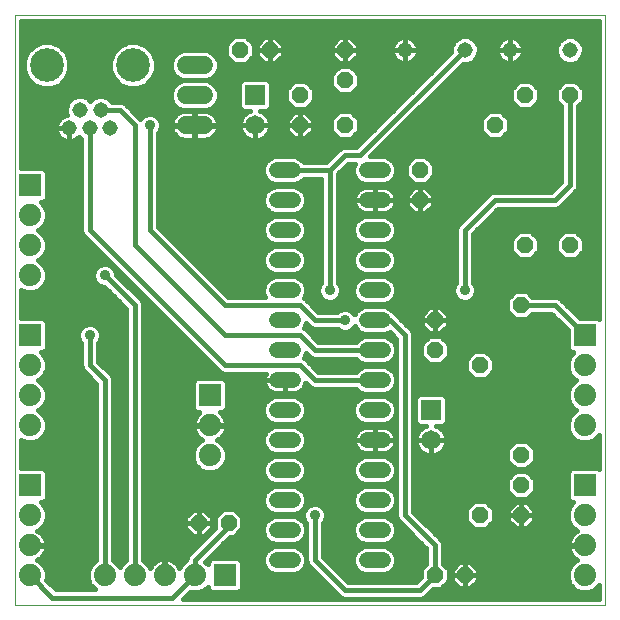
<source format=gbl>
G75*
G70*
%OFA0B0*%
%FSLAX24Y24*%
%IPPOS*%
%LPD*%
%AMOC8*
5,1,8,0,0,1.08239X$1,22.5*
%
%ADD10C,0.0000*%
%ADD11R,0.0740X0.0740*%
%ADD12C,0.0740*%
%ADD13OC8,0.0520*%
%ADD14R,0.0650X0.0650*%
%ADD15C,0.0650*%
%ADD16C,0.0600*%
%ADD17C,0.0515*%
%ADD18C,0.1122*%
%ADD19C,0.0520*%
%ADD20C,0.0160*%
%ADD21C,0.0356*%
D10*
X000181Y000181D02*
X000181Y019866D01*
X019866Y019866D01*
X019866Y000181D01*
X000181Y000181D01*
D11*
X000681Y004181D03*
X000681Y009181D03*
X000681Y014181D03*
X006681Y007181D03*
X007181Y001181D03*
X019181Y004181D03*
X019181Y009181D03*
D12*
X019181Y008181D03*
X019181Y007181D03*
X019181Y006181D03*
X019181Y003181D03*
X019181Y002181D03*
X019181Y001181D03*
X006681Y005181D03*
X006681Y006181D03*
X006181Y001181D03*
X005181Y001181D03*
X004181Y001181D03*
X003181Y001181D03*
X000681Y001181D03*
X000681Y002181D03*
X000681Y003181D03*
X000681Y006181D03*
X000681Y007181D03*
X000681Y008181D03*
X000681Y011181D03*
X000681Y012181D03*
X000681Y013181D03*
D13*
X007681Y018681D03*
X008681Y018681D03*
X009681Y017181D03*
X009681Y016181D03*
X011181Y016181D03*
X011181Y017681D03*
X011181Y018681D03*
X013681Y014681D03*
X013681Y013681D03*
X016181Y016181D03*
X017181Y017181D03*
X018681Y017181D03*
X018681Y012181D03*
X017181Y012181D03*
X017056Y010181D03*
X015681Y008181D03*
X014181Y008681D03*
X014181Y009681D03*
X017056Y005181D03*
X017056Y004181D03*
X017056Y003181D03*
X015681Y003181D03*
X015181Y001181D03*
X014181Y001181D03*
X007306Y002931D03*
X006306Y002931D03*
D14*
X014056Y006681D03*
X008181Y017181D03*
D15*
X008181Y016181D03*
X014056Y005681D03*
D16*
X006481Y016181D02*
X005881Y016181D01*
X005881Y017181D02*
X006481Y017181D01*
X006481Y018181D02*
X005881Y018181D01*
D17*
X003351Y016081D03*
X002681Y016081D03*
X002351Y016701D03*
X001981Y016081D03*
X003041Y016701D03*
X013181Y018681D03*
X015181Y018681D03*
X016681Y018681D03*
X018681Y018681D03*
D18*
X004118Y018181D03*
X001244Y018181D03*
D19*
X008921Y014681D02*
X009441Y014681D01*
X009441Y013681D02*
X008921Y013681D01*
X008921Y012681D02*
X009441Y012681D01*
X009441Y011681D02*
X008921Y011681D01*
X008921Y010681D02*
X009441Y010681D01*
X009441Y009681D02*
X008921Y009681D01*
X008921Y008681D02*
X009441Y008681D01*
X009441Y007681D02*
X008921Y007681D01*
X008921Y006681D02*
X009441Y006681D01*
X009441Y005681D02*
X008921Y005681D01*
X008921Y004681D02*
X009441Y004681D01*
X009441Y003681D02*
X008921Y003681D01*
X008921Y002681D02*
X009441Y002681D01*
X009441Y001681D02*
X008921Y001681D01*
X011921Y001681D02*
X012441Y001681D01*
X012441Y002681D02*
X011921Y002681D01*
X011921Y003681D02*
X012441Y003681D01*
X012441Y004681D02*
X011921Y004681D01*
X011921Y005681D02*
X012441Y005681D01*
X012441Y006681D02*
X011921Y006681D01*
X011921Y007681D02*
X012441Y007681D01*
X012441Y008681D02*
X011921Y008681D01*
X011921Y009681D02*
X012441Y009681D01*
X012441Y010681D02*
X011921Y010681D01*
X011921Y011681D02*
X012441Y011681D01*
X012441Y012681D02*
X011921Y012681D01*
X011921Y013681D02*
X012441Y013681D01*
X012441Y014681D02*
X011921Y014681D01*
D20*
X011515Y014901D02*
X011461Y014773D01*
X011461Y014590D01*
X011531Y014421D01*
X011661Y014291D01*
X011830Y014221D01*
X012533Y014221D01*
X012702Y014291D01*
X012831Y014421D01*
X012901Y014590D01*
X012901Y014773D01*
X012831Y014942D01*
X012702Y015071D01*
X012533Y015141D01*
X012037Y015141D01*
X015120Y018224D01*
X015272Y018224D01*
X015441Y018294D01*
X015569Y018422D01*
X015639Y018590D01*
X015639Y018772D01*
X015569Y018941D01*
X015441Y019069D01*
X015272Y019139D01*
X015090Y019139D01*
X014922Y019069D01*
X014794Y018941D01*
X014724Y018772D01*
X014724Y018620D01*
X011565Y015461D01*
X011237Y015461D01*
X011126Y015461D01*
X011023Y015419D01*
X010565Y014961D01*
X009812Y014961D01*
X009702Y015071D01*
X009533Y015141D01*
X008830Y015141D01*
X008661Y015071D01*
X008531Y014942D01*
X008461Y014773D01*
X008461Y014590D01*
X008531Y014421D01*
X008661Y014291D01*
X008830Y014221D01*
X009533Y014221D01*
X009702Y014291D01*
X009812Y014401D01*
X010401Y014401D01*
X010401Y010936D01*
X010361Y010896D01*
X010303Y010757D01*
X010303Y010606D01*
X010361Y010467D01*
X010467Y010361D01*
X010606Y010303D01*
X010757Y010303D01*
X010896Y010361D01*
X011002Y010467D01*
X011059Y010606D01*
X011059Y010757D01*
X011002Y010896D01*
X010961Y010936D01*
X010961Y014565D01*
X011297Y014901D01*
X011515Y014901D01*
X011461Y014767D02*
X011163Y014767D01*
X011005Y014609D02*
X011461Y014609D01*
X011519Y014450D02*
X010961Y014450D01*
X010961Y014292D02*
X011661Y014292D01*
X011752Y014089D02*
X011691Y014058D01*
X011635Y014017D01*
X011586Y013968D01*
X011545Y013912D01*
X011514Y013850D01*
X011492Y013784D01*
X011481Y013716D01*
X011481Y013682D01*
X012181Y013682D01*
X012181Y014121D01*
X011887Y014121D01*
X011818Y014111D01*
X011752Y014089D01*
X011592Y013975D02*
X010961Y013975D01*
X010961Y014133D02*
X018237Y014133D01*
X018079Y013975D02*
X014010Y013975D01*
X014121Y013864D02*
X013864Y014121D01*
X013682Y014121D01*
X013682Y013682D01*
X013681Y013682D01*
X013681Y014121D01*
X013499Y014121D01*
X013241Y013864D01*
X013241Y013682D01*
X013681Y013682D01*
X013681Y013681D01*
X013241Y013681D01*
X013241Y013499D01*
X013499Y013241D01*
X013681Y013241D01*
X013681Y013681D01*
X013682Y013681D01*
X013682Y013682D01*
X014121Y013682D01*
X014121Y013864D01*
X014121Y013816D02*
X015920Y013816D01*
X015944Y013840D02*
X015023Y012919D01*
X014944Y012840D01*
X014901Y012737D01*
X014901Y010936D01*
X014861Y010896D01*
X014803Y010757D01*
X014803Y010606D01*
X014861Y010467D01*
X014967Y010361D01*
X015106Y010303D01*
X015257Y010303D01*
X015396Y010361D01*
X015502Y010467D01*
X015559Y010606D01*
X015559Y010757D01*
X015502Y010896D01*
X015461Y010936D01*
X015461Y012565D01*
X016297Y013401D01*
X018126Y013401D01*
X018237Y013401D01*
X018340Y013444D01*
X018840Y013944D01*
X018919Y014023D01*
X018961Y014126D01*
X018961Y016811D01*
X019141Y016991D01*
X019141Y017372D01*
X018872Y017641D01*
X018491Y017641D01*
X018221Y017372D01*
X018221Y016991D01*
X018401Y016811D01*
X018401Y014297D01*
X018065Y013961D01*
X016126Y013961D01*
X016023Y013919D01*
X015944Y013840D01*
X015762Y013658D02*
X014121Y013658D01*
X014121Y013681D02*
X013682Y013681D01*
X013682Y013241D01*
X013864Y013241D01*
X014121Y013499D01*
X015603Y013499D01*
X015445Y013341D02*
X013963Y013341D01*
X014121Y013499D02*
X014121Y013681D01*
X013682Y013658D02*
X013681Y013658D01*
X013681Y013816D02*
X013682Y013816D01*
X013681Y013975D02*
X013682Y013975D01*
X013872Y014221D02*
X013491Y014221D01*
X013221Y014491D01*
X013221Y014872D01*
X013491Y015141D01*
X013872Y015141D01*
X014141Y014872D01*
X014141Y014491D01*
X013872Y014221D01*
X013942Y014292D02*
X018396Y014292D01*
X018401Y014450D02*
X014101Y014450D01*
X014141Y014609D02*
X018401Y014609D01*
X018401Y014767D02*
X014141Y014767D01*
X014087Y014926D02*
X018401Y014926D01*
X018401Y015084D02*
X013929Y015084D01*
X013434Y015084D02*
X012670Y015084D01*
X012838Y014926D02*
X013275Y014926D01*
X013221Y014767D02*
X012901Y014767D01*
X012901Y014609D02*
X013221Y014609D01*
X013262Y014450D02*
X012844Y014450D01*
X012702Y014292D02*
X013421Y014292D01*
X013352Y013975D02*
X012770Y013975D01*
X012777Y013968D02*
X012728Y014017D01*
X012672Y014058D01*
X012610Y014089D01*
X012544Y014111D01*
X012476Y014121D01*
X012182Y014121D01*
X012182Y013682D01*
X012181Y013682D01*
X012181Y013681D01*
X012182Y013681D01*
X012182Y013682D01*
X012881Y013682D01*
X012881Y013716D01*
X012871Y013784D01*
X012849Y013850D01*
X012818Y013912D01*
X012777Y013968D01*
X012860Y013816D02*
X013241Y013816D01*
X013241Y013658D02*
X012881Y013658D01*
X012881Y013647D02*
X012871Y013578D01*
X012849Y013512D01*
X012818Y013451D01*
X012777Y013395D01*
X012728Y013346D01*
X012672Y013305D01*
X012610Y013274D01*
X012544Y013252D01*
X012476Y013241D01*
X012182Y013241D01*
X012182Y013681D01*
X012881Y013681D01*
X012881Y013647D01*
X012842Y013499D02*
X013242Y013499D01*
X013400Y013341D02*
X012721Y013341D01*
X012702Y013071D02*
X012533Y013141D01*
X011830Y013141D01*
X011661Y013071D01*
X011531Y012942D01*
X011461Y012773D01*
X011461Y012590D01*
X011531Y012421D01*
X011661Y012291D01*
X011830Y012221D01*
X012533Y012221D01*
X012702Y012291D01*
X012831Y012421D01*
X012901Y012590D01*
X012901Y012773D01*
X012831Y012942D01*
X012702Y013071D01*
X012750Y013023D02*
X015127Y013023D01*
X014969Y012865D02*
X012863Y012865D01*
X012901Y012706D02*
X014901Y012706D01*
X014901Y012548D02*
X012884Y012548D01*
X012800Y012389D02*
X014901Y012389D01*
X014901Y012231D02*
X012555Y012231D01*
X012533Y012141D02*
X012702Y012071D01*
X012831Y011942D01*
X012901Y011773D01*
X012901Y011590D01*
X012831Y011421D01*
X012702Y011291D01*
X012533Y011221D01*
X011830Y011221D01*
X011661Y011291D01*
X011531Y011421D01*
X011461Y011590D01*
X011461Y011773D01*
X011531Y011942D01*
X011661Y012071D01*
X011830Y012141D01*
X012533Y012141D01*
X012700Y012072D02*
X014901Y012072D01*
X014901Y011914D02*
X012843Y011914D01*
X012901Y011755D02*
X014901Y011755D01*
X014901Y011597D02*
X012901Y011597D01*
X012838Y011438D02*
X014901Y011438D01*
X014901Y011279D02*
X012673Y011279D01*
X012582Y011121D02*
X014901Y011121D01*
X014901Y010962D02*
X012811Y010962D01*
X012831Y010942D02*
X012702Y011071D01*
X012533Y011141D01*
X011830Y011141D01*
X011661Y011071D01*
X011531Y010942D01*
X011461Y010773D01*
X011461Y010590D01*
X011531Y010421D01*
X011661Y010291D01*
X011830Y010221D01*
X012533Y010221D01*
X012702Y010291D01*
X012831Y010421D01*
X012901Y010590D01*
X012901Y010773D01*
X012831Y010942D01*
X012889Y010804D02*
X014823Y010804D01*
X014803Y010645D02*
X012901Y010645D01*
X012859Y010487D02*
X014853Y010487D01*
X015046Y010328D02*
X012739Y010328D01*
X012702Y010071D02*
X012533Y010141D01*
X011830Y010141D01*
X011661Y010071D01*
X011531Y009942D01*
X011507Y009883D01*
X011502Y009896D01*
X011396Y010002D01*
X011257Y010059D01*
X011106Y010059D01*
X010967Y010002D01*
X010927Y009961D01*
X010297Y009961D01*
X009919Y010340D01*
X009840Y010419D01*
X009832Y010422D01*
X009901Y010590D01*
X009901Y010773D01*
X009831Y010942D01*
X009702Y011071D01*
X009533Y011141D01*
X008830Y011141D01*
X008661Y011071D01*
X008531Y010942D01*
X008461Y010773D01*
X008461Y010590D01*
X008515Y010461D01*
X007297Y010461D01*
X004961Y012797D01*
X004961Y015927D01*
X005002Y015967D01*
X005059Y016106D01*
X005059Y016257D01*
X005002Y016396D01*
X004896Y016502D01*
X004757Y016559D01*
X004606Y016559D01*
X004467Y016502D01*
X004362Y016397D01*
X003840Y016919D01*
X003737Y016961D01*
X003626Y016961D01*
X003428Y016961D01*
X003301Y017089D01*
X003132Y017159D01*
X002950Y017159D01*
X002782Y017089D01*
X002696Y017003D01*
X002611Y017089D01*
X002442Y017159D01*
X002260Y017159D01*
X002092Y017089D01*
X001964Y016961D01*
X001894Y016792D01*
X001894Y016610D01*
X001933Y016517D01*
X001879Y016508D01*
X001813Y016487D01*
X001752Y016456D01*
X001696Y016415D01*
X001648Y016366D01*
X001607Y016311D01*
X001576Y016249D01*
X001555Y016184D01*
X001544Y016116D01*
X001544Y016082D01*
X001981Y016082D01*
X001981Y016081D01*
X001982Y016081D01*
X001982Y015644D01*
X002016Y015644D01*
X002084Y015655D01*
X002149Y015676D01*
X002211Y015707D01*
X002266Y015748D01*
X002315Y015796D01*
X002317Y015799D01*
X002401Y015714D01*
X002401Y012626D01*
X002444Y012523D01*
X002523Y012444D01*
X007023Y007944D01*
X007126Y007901D01*
X007237Y007901D01*
X008540Y007901D01*
X008514Y007850D01*
X008492Y007784D01*
X008481Y007716D01*
X008481Y007682D01*
X009181Y007682D01*
X009181Y007681D01*
X009182Y007681D01*
X009182Y007241D01*
X009476Y007241D01*
X009544Y007252D01*
X009610Y007274D01*
X009672Y007305D01*
X009728Y007346D01*
X009777Y007395D01*
X009818Y007451D01*
X009849Y007512D01*
X009871Y007578D01*
X009873Y007594D01*
X010023Y007444D01*
X010126Y007401D01*
X010237Y007401D01*
X011551Y007401D01*
X011661Y007291D01*
X011830Y007221D01*
X012533Y007221D01*
X012702Y007291D01*
X012831Y007421D01*
X012901Y007590D01*
X012901Y007773D01*
X012831Y007942D01*
X012702Y008071D01*
X012533Y008141D01*
X011830Y008141D01*
X011661Y008071D01*
X011551Y007961D01*
X010297Y007961D01*
X009919Y008340D01*
X009840Y008419D01*
X009832Y008422D01*
X009894Y008573D01*
X010023Y008444D01*
X010126Y008401D01*
X010237Y008401D01*
X011551Y008401D01*
X011661Y008291D01*
X011830Y008221D01*
X012533Y008221D01*
X012702Y008291D01*
X012831Y008421D01*
X012901Y008590D01*
X012901Y008773D01*
X012831Y008942D01*
X012702Y009071D01*
X012533Y009141D01*
X011830Y009141D01*
X011661Y009071D01*
X011551Y008961D01*
X010297Y008961D01*
X009919Y009340D01*
X009840Y009419D01*
X009832Y009422D01*
X009894Y009573D01*
X009944Y009523D01*
X009944Y009523D01*
X010023Y009444D01*
X010126Y009401D01*
X010927Y009401D01*
X010967Y009361D01*
X011106Y009303D01*
X011257Y009303D01*
X011396Y009361D01*
X011502Y009467D01*
X011507Y009480D01*
X011531Y009421D01*
X011661Y009291D01*
X011830Y009221D01*
X012533Y009221D01*
X012683Y009284D01*
X012901Y009065D01*
X012901Y003237D01*
X012901Y003126D01*
X012944Y003023D01*
X013901Y002065D01*
X013901Y001552D01*
X013721Y001372D01*
X013721Y001117D01*
X013565Y000961D01*
X011297Y000961D01*
X010461Y001797D01*
X010461Y002927D01*
X010502Y002967D01*
X010559Y003106D01*
X010559Y003257D01*
X010502Y003396D01*
X010396Y003502D01*
X010257Y003559D01*
X010106Y003559D01*
X009967Y003502D01*
X009861Y003396D01*
X009803Y003257D01*
X009803Y003106D01*
X009861Y002967D01*
X009901Y002927D01*
X009901Y001626D01*
X009944Y001523D01*
X010023Y001444D01*
X011023Y000444D01*
X011126Y000401D01*
X011237Y000401D01*
X013737Y000401D01*
X013840Y000444D01*
X013919Y000523D01*
X014117Y000721D01*
X014372Y000721D01*
X014641Y000991D01*
X014641Y001372D01*
X014461Y001552D01*
X014461Y002237D01*
X014419Y002340D01*
X014340Y002419D01*
X013461Y003297D01*
X013461Y009237D01*
X013419Y009340D01*
X013340Y009419D01*
X012842Y009917D01*
X012831Y009942D01*
X012702Y010071D01*
X012762Y010011D02*
X013889Y010011D01*
X013999Y010121D02*
X013741Y009864D01*
X013741Y009682D01*
X014181Y009682D01*
X014181Y010121D01*
X013999Y010121D01*
X014182Y010121D02*
X014182Y009682D01*
X014181Y009682D01*
X014181Y009681D01*
X013741Y009681D01*
X013741Y009499D01*
X013999Y009241D01*
X014181Y009241D01*
X014181Y009681D01*
X014182Y009681D01*
X014182Y009682D01*
X014621Y009682D01*
X014621Y009864D01*
X014364Y010121D01*
X014182Y010121D01*
X014181Y010011D02*
X014182Y010011D01*
X014181Y009853D02*
X014182Y009853D01*
X014181Y009694D02*
X014182Y009694D01*
X014182Y009681D02*
X014621Y009681D01*
X014621Y009499D01*
X014364Y009241D01*
X014182Y009241D01*
X014182Y009681D01*
X014181Y009535D02*
X014182Y009535D01*
X014181Y009377D02*
X014182Y009377D01*
X014372Y009141D02*
X013991Y009141D01*
X013721Y008872D01*
X013721Y008491D01*
X013991Y008221D01*
X014372Y008221D01*
X014641Y008491D01*
X014641Y008872D01*
X014372Y009141D01*
X014453Y009060D02*
X018611Y009060D01*
X018611Y009218D02*
X013461Y009218D01*
X013461Y009060D02*
X013909Y009060D01*
X013751Y008901D02*
X013461Y008901D01*
X013461Y008743D02*
X013721Y008743D01*
X013721Y008584D02*
X013461Y008584D01*
X013461Y008426D02*
X013787Y008426D01*
X013945Y008267D02*
X013461Y008267D01*
X013461Y008109D02*
X015221Y008109D01*
X015221Y007991D02*
X015491Y007721D01*
X015872Y007721D01*
X016141Y007991D01*
X016141Y008372D01*
X015872Y008641D01*
X015491Y008641D01*
X015221Y008372D01*
X015221Y007991D01*
X015262Y007950D02*
X013461Y007950D01*
X013461Y007791D02*
X015421Y007791D01*
X015221Y008267D02*
X014418Y008267D01*
X014576Y008426D02*
X015275Y008426D01*
X015434Y008584D02*
X014641Y008584D01*
X014641Y008743D02*
X018611Y008743D01*
X018611Y008729D02*
X018729Y008611D01*
X018805Y008611D01*
X018698Y008504D01*
X018611Y008295D01*
X018611Y008068D01*
X018698Y007859D01*
X018859Y007698D01*
X018899Y007681D01*
X018859Y007665D01*
X018698Y007504D01*
X018611Y007295D01*
X018611Y007068D01*
X018698Y006859D01*
X018859Y006698D01*
X018899Y006681D01*
X018859Y006665D01*
X018698Y006504D01*
X018611Y006295D01*
X018611Y006068D01*
X018698Y005859D01*
X018859Y005698D01*
X019068Y005611D01*
X019295Y005611D01*
X019504Y005698D01*
X019665Y005859D01*
X019666Y005863D01*
X019666Y004719D01*
X019634Y004751D01*
X018729Y004751D01*
X018611Y004634D01*
X018611Y003729D01*
X018729Y003611D01*
X018805Y003611D01*
X018698Y003504D01*
X018611Y003295D01*
X018611Y003068D01*
X018698Y002859D01*
X018859Y002698D01*
X018928Y002669D01*
X018893Y002652D01*
X018823Y002601D01*
X018762Y002540D01*
X018711Y002470D01*
X018672Y002393D01*
X018645Y002310D01*
X018631Y002225D01*
X018631Y002201D01*
X019161Y002201D01*
X019161Y002161D01*
X018631Y002161D01*
X018631Y002138D01*
X018645Y002053D01*
X018672Y001970D01*
X018711Y001893D01*
X018762Y001823D01*
X018823Y001762D01*
X018893Y001711D01*
X018928Y001693D01*
X018859Y001665D01*
X018698Y001504D01*
X018611Y001295D01*
X018611Y001068D01*
X018698Y000859D01*
X018859Y000698D01*
X019068Y000611D01*
X019295Y000611D01*
X019504Y000698D01*
X019665Y000859D01*
X019666Y000863D01*
X019666Y000381D01*
X005777Y000381D01*
X006025Y000629D01*
X006068Y000611D01*
X006295Y000611D01*
X006504Y000698D01*
X006611Y000805D01*
X006611Y000729D01*
X006729Y000611D01*
X007634Y000611D01*
X007751Y000729D01*
X007751Y001634D01*
X007634Y001751D01*
X006729Y001751D01*
X006611Y001634D01*
X006611Y001557D01*
X006532Y001636D01*
X007367Y002471D01*
X007497Y002471D01*
X007766Y002741D01*
X007766Y003122D01*
X007497Y003391D01*
X007116Y003391D01*
X006846Y003122D01*
X006846Y002742D01*
X006023Y001919D01*
X005944Y001840D01*
X005901Y001737D01*
X005901Y001682D01*
X005859Y001665D01*
X005698Y001504D01*
X005669Y001435D01*
X005652Y001470D01*
X005601Y001540D01*
X005540Y001601D01*
X005470Y001652D01*
X005393Y001691D01*
X005310Y001718D01*
X005225Y001731D01*
X005201Y001731D01*
X005201Y001202D01*
X005161Y001202D01*
X005161Y001731D01*
X005138Y001731D01*
X005053Y001718D01*
X004970Y001691D01*
X004893Y001652D01*
X004823Y001601D01*
X004762Y001540D01*
X004711Y001470D01*
X004693Y001435D01*
X004665Y001504D01*
X004504Y001665D01*
X004461Y001682D01*
X004461Y010237D01*
X004419Y010340D01*
X004340Y010419D01*
X003559Y011199D01*
X003559Y011257D01*
X003502Y011396D01*
X003396Y011502D01*
X003257Y011559D01*
X003106Y011559D01*
X002967Y011502D01*
X002861Y011396D01*
X002803Y011257D01*
X002803Y011106D01*
X002861Y010967D01*
X002967Y010861D01*
X003106Y010803D01*
X003164Y010803D01*
X003901Y010065D01*
X003901Y001682D01*
X003859Y001665D01*
X003698Y001504D01*
X003681Y001464D01*
X003665Y001504D01*
X003504Y001665D01*
X003461Y001682D01*
X003461Y007737D01*
X003419Y007840D01*
X003340Y007919D01*
X002961Y008297D01*
X002961Y008927D01*
X003002Y008967D01*
X003059Y009106D01*
X003059Y009257D01*
X003002Y009396D01*
X002896Y009502D01*
X002757Y009559D01*
X002606Y009559D01*
X002467Y009502D01*
X002361Y009396D01*
X002303Y009257D01*
X002303Y009106D01*
X002361Y008967D01*
X002401Y008927D01*
X002401Y008237D01*
X002401Y008126D01*
X002444Y008023D01*
X002901Y007565D01*
X002901Y001682D01*
X002859Y001665D01*
X002698Y001504D01*
X002611Y001295D01*
X002611Y001068D01*
X002698Y000859D01*
X002845Y000711D01*
X001547Y000711D01*
X001234Y001025D01*
X001251Y001068D01*
X001251Y001295D01*
X001165Y001504D01*
X001004Y001665D01*
X000935Y001693D01*
X000970Y001711D01*
X001040Y001762D01*
X001101Y001823D01*
X001152Y001893D01*
X001191Y001970D01*
X001218Y002053D01*
X001231Y002138D01*
X001231Y002161D01*
X000702Y002161D01*
X000702Y002201D01*
X001231Y002201D01*
X001231Y002225D01*
X001218Y002310D01*
X001191Y002393D01*
X001152Y002470D01*
X001101Y002540D01*
X001040Y002601D01*
X000970Y002652D01*
X000935Y002669D01*
X001004Y002698D01*
X001165Y002859D01*
X001251Y003068D01*
X001251Y003295D01*
X001165Y003504D01*
X001057Y003611D01*
X001134Y003611D01*
X001251Y003729D01*
X001251Y004634D01*
X001134Y004751D01*
X000381Y004751D01*
X000381Y005689D01*
X000568Y005611D01*
X000795Y005611D01*
X001004Y005698D01*
X001165Y005859D01*
X001251Y006068D01*
X001251Y006295D01*
X001165Y006504D01*
X001004Y006665D01*
X000964Y006681D01*
X001004Y006698D01*
X001165Y006859D01*
X001251Y007068D01*
X001251Y007295D01*
X001165Y007504D01*
X001004Y007665D01*
X000964Y007681D01*
X001004Y007698D01*
X001165Y007859D01*
X001251Y008068D01*
X001251Y008295D01*
X001165Y008504D01*
X001057Y008611D01*
X001134Y008611D01*
X001251Y008729D01*
X001251Y009634D01*
X001134Y009751D01*
X000381Y009751D01*
X000381Y010689D01*
X000568Y010611D01*
X000795Y010611D01*
X001004Y010698D01*
X001165Y010859D01*
X001251Y011068D01*
X001251Y011295D01*
X001165Y011504D01*
X001004Y011665D01*
X000964Y011681D01*
X001004Y011698D01*
X001165Y011859D01*
X001251Y012068D01*
X001251Y012295D01*
X001165Y012504D01*
X001004Y012665D01*
X000964Y012681D01*
X001004Y012698D01*
X001165Y012859D01*
X001251Y013068D01*
X001251Y013295D01*
X001165Y013504D01*
X001057Y013611D01*
X001134Y013611D01*
X001251Y013729D01*
X001251Y014634D01*
X001134Y014751D01*
X000381Y014751D01*
X000381Y019666D01*
X019666Y019666D01*
X019666Y009719D01*
X019634Y009751D01*
X019007Y009751D01*
X018340Y010419D01*
X018237Y010461D01*
X018126Y010461D01*
X017427Y010461D01*
X017247Y010641D01*
X016866Y010641D01*
X016596Y010372D01*
X016596Y009991D01*
X016866Y009721D01*
X017247Y009721D01*
X017427Y009901D01*
X018065Y009901D01*
X018611Y009355D01*
X018611Y008729D01*
X018611Y008901D02*
X014612Y008901D01*
X014499Y009377D02*
X018590Y009377D01*
X018431Y009535D02*
X014621Y009535D01*
X014621Y009694D02*
X018273Y009694D01*
X018114Y009853D02*
X017378Y009853D01*
X017056Y010181D02*
X018181Y010181D01*
X019181Y009181D01*
X018778Y008584D02*
X015929Y008584D01*
X016088Y008426D02*
X018666Y008426D01*
X018611Y008267D02*
X016141Y008267D01*
X016141Y008109D02*
X018611Y008109D01*
X018660Y007950D02*
X016101Y007950D01*
X015942Y007791D02*
X018765Y007791D01*
X018827Y007633D02*
X013461Y007633D01*
X013461Y007474D02*
X018686Y007474D01*
X018620Y007316D02*
X013461Y007316D01*
X013461Y007157D02*
X013599Y007157D01*
X013649Y007206D02*
X013531Y007089D01*
X013531Y006274D01*
X013649Y006156D01*
X013884Y006156D01*
X013863Y006149D01*
X013792Y006113D01*
X013727Y006067D01*
X013671Y006010D01*
X013624Y005946D01*
X013588Y005875D01*
X013564Y005800D01*
X013551Y005721D01*
X013551Y005682D01*
X014056Y005682D01*
X014056Y005681D01*
X013551Y005681D01*
X013551Y005642D01*
X013564Y005563D01*
X013588Y005488D01*
X013624Y005417D01*
X013671Y005352D01*
X013727Y005296D01*
X013792Y005249D01*
X013863Y005213D01*
X013938Y005189D01*
X014017Y005176D01*
X014056Y005176D01*
X014056Y005681D01*
X014057Y005681D01*
X014057Y005682D01*
X014561Y005682D01*
X014561Y005721D01*
X014549Y005800D01*
X014524Y005875D01*
X014488Y005946D01*
X014442Y006010D01*
X014385Y006067D01*
X014321Y006113D01*
X014250Y006149D01*
X014229Y006156D01*
X014464Y006156D01*
X014581Y006274D01*
X014581Y007089D01*
X014464Y007206D01*
X013649Y007206D01*
X013531Y006999D02*
X013461Y006999D01*
X013461Y006840D02*
X013531Y006840D01*
X013531Y006682D02*
X013461Y006682D01*
X013461Y006523D02*
X013531Y006523D01*
X013531Y006365D02*
X013461Y006365D01*
X013461Y006206D02*
X013599Y006206D01*
X013708Y006048D02*
X013461Y006048D01*
X013461Y005889D02*
X013595Y005889D01*
X013553Y005730D02*
X013461Y005730D01*
X013461Y005572D02*
X013562Y005572D01*
X013627Y005413D02*
X013461Y005413D01*
X013461Y005255D02*
X013784Y005255D01*
X014056Y005255D02*
X014057Y005255D01*
X014057Y005176D02*
X014096Y005176D01*
X014175Y005189D01*
X014250Y005213D01*
X014321Y005249D01*
X014385Y005296D01*
X014442Y005352D01*
X014488Y005417D01*
X014524Y005488D01*
X014549Y005563D01*
X014561Y005642D01*
X014561Y005681D01*
X014057Y005681D01*
X014057Y005176D01*
X014328Y005255D02*
X016596Y005255D01*
X016596Y005372D02*
X016596Y004991D01*
X016866Y004721D01*
X017247Y004721D01*
X017516Y004991D01*
X017516Y005372D01*
X017247Y005641D01*
X016866Y005641D01*
X016596Y005372D01*
X016638Y005413D02*
X014486Y005413D01*
X014550Y005572D02*
X016796Y005572D01*
X016596Y005096D02*
X013461Y005096D01*
X013461Y004938D02*
X016650Y004938D01*
X016808Y004779D02*
X013461Y004779D01*
X013461Y004621D02*
X016845Y004621D01*
X016866Y004641D02*
X016596Y004372D01*
X016596Y003991D01*
X016866Y003721D01*
X017247Y003721D01*
X017516Y003991D01*
X017516Y004372D01*
X017247Y004641D01*
X016866Y004641D01*
X016687Y004462D02*
X013461Y004462D01*
X013461Y004304D02*
X016596Y004304D01*
X016596Y004145D02*
X013461Y004145D01*
X013461Y003986D02*
X016601Y003986D01*
X016759Y003828D02*
X013461Y003828D01*
X013461Y003669D02*
X018671Y003669D01*
X018705Y003511D02*
X017349Y003511D01*
X017239Y003621D02*
X017057Y003621D01*
X017057Y003182D01*
X017056Y003182D01*
X017056Y003621D01*
X016874Y003621D01*
X016616Y003364D01*
X016616Y003182D01*
X017056Y003182D01*
X017056Y003181D01*
X016616Y003181D01*
X016616Y002999D01*
X016874Y002741D01*
X017056Y002741D01*
X017056Y003181D01*
X017057Y003181D01*
X017057Y003182D01*
X017496Y003182D01*
X017496Y003364D01*
X017239Y003621D01*
X017057Y003511D02*
X017056Y003511D01*
X017056Y003352D02*
X017057Y003352D01*
X017056Y003194D02*
X017057Y003194D01*
X017057Y003181D02*
X017496Y003181D01*
X017496Y002999D01*
X017239Y002741D01*
X017057Y002741D01*
X017057Y003181D01*
X017056Y003035D02*
X017057Y003035D01*
X017056Y002877D02*
X017057Y002877D01*
X017374Y002877D02*
X018691Y002877D01*
X018625Y003035D02*
X017496Y003035D01*
X017496Y003194D02*
X018611Y003194D01*
X018635Y003352D02*
X017496Y003352D01*
X017353Y003828D02*
X018611Y003828D01*
X018611Y003986D02*
X017512Y003986D01*
X017516Y004145D02*
X018611Y004145D01*
X018611Y004304D02*
X017516Y004304D01*
X017426Y004462D02*
X018611Y004462D01*
X018611Y004621D02*
X017268Y004621D01*
X017305Y004779D02*
X019666Y004779D01*
X019666Y004938D02*
X017463Y004938D01*
X017516Y005096D02*
X019666Y005096D01*
X019666Y005255D02*
X017516Y005255D01*
X017475Y005413D02*
X019666Y005413D01*
X019666Y005572D02*
X017316Y005572D01*
X018620Y006048D02*
X014404Y006048D01*
X014514Y006206D02*
X018611Y006206D01*
X018640Y006365D02*
X014581Y006365D01*
X014581Y006523D02*
X018717Y006523D01*
X018898Y006682D02*
X014581Y006682D01*
X014581Y006840D02*
X018716Y006840D01*
X018640Y006999D02*
X014581Y006999D01*
X014513Y007157D02*
X018611Y007157D01*
X018686Y005889D02*
X014517Y005889D01*
X014560Y005730D02*
X018826Y005730D01*
X019537Y005730D02*
X019666Y005730D01*
X018839Y002718D02*
X014041Y002718D01*
X014199Y002560D02*
X018782Y002560D01*
X018676Y002401D02*
X014358Y002401D01*
X014459Y002242D02*
X018634Y002242D01*
X018640Y002084D02*
X014461Y002084D01*
X014461Y001925D02*
X018695Y001925D01*
X018818Y001767D02*
X014461Y001767D01*
X014461Y001608D02*
X014986Y001608D01*
X014999Y001621D02*
X014741Y001364D01*
X014741Y001182D01*
X015181Y001182D01*
X015181Y001621D01*
X014999Y001621D01*
X015182Y001621D02*
X015364Y001621D01*
X015621Y001364D01*
X015621Y001182D01*
X015182Y001182D01*
X015182Y001181D01*
X015621Y001181D01*
X015621Y000999D01*
X015364Y000741D01*
X015182Y000741D01*
X015182Y001181D01*
X015181Y001181D01*
X015181Y000741D01*
X014999Y000741D01*
X014741Y000999D01*
X014741Y001181D01*
X015181Y001181D01*
X015181Y001182D01*
X015182Y001182D01*
X015182Y001621D01*
X015181Y001608D02*
X015182Y001608D01*
X015181Y001450D02*
X015182Y001450D01*
X015181Y001291D02*
X015182Y001291D01*
X015181Y001133D02*
X015182Y001133D01*
X015181Y000974D02*
X015182Y000974D01*
X015181Y000816D02*
X015182Y000816D01*
X015438Y000816D02*
X018741Y000816D01*
X018650Y000974D02*
X015596Y000974D01*
X015621Y001133D02*
X018611Y001133D01*
X018611Y001291D02*
X015621Y001291D01*
X015535Y001450D02*
X018676Y001450D01*
X018802Y001608D02*
X015377Y001608D01*
X014828Y001450D02*
X014564Y001450D01*
X014641Y001291D02*
X014741Y001291D01*
X014741Y001133D02*
X014641Y001133D01*
X014625Y000974D02*
X014766Y000974D01*
X014925Y000816D02*
X014466Y000816D01*
X014181Y001181D02*
X014181Y002181D01*
X013181Y003181D01*
X013181Y009181D01*
X012681Y009681D01*
X012181Y009681D01*
X011601Y010011D02*
X011373Y010011D01*
X010989Y010011D02*
X010248Y010011D01*
X010089Y010170D02*
X016596Y010170D01*
X016596Y010328D02*
X015317Y010328D01*
X015510Y010487D02*
X016711Y010487D01*
X016596Y010011D02*
X014474Y010011D01*
X014621Y009853D02*
X016735Y009853D01*
X017402Y010487D02*
X019666Y010487D01*
X019666Y010645D02*
X015559Y010645D01*
X015540Y010804D02*
X019666Y010804D01*
X019666Y010962D02*
X015461Y010962D01*
X015461Y011121D02*
X019666Y011121D01*
X019666Y011279D02*
X015461Y011279D01*
X015461Y011438D02*
X019666Y011438D01*
X019666Y011597D02*
X015461Y011597D01*
X015461Y011755D02*
X016957Y011755D01*
X016991Y011721D02*
X017372Y011721D01*
X017641Y011991D01*
X017641Y012372D01*
X017372Y012641D01*
X016991Y012641D01*
X016721Y012372D01*
X016721Y011991D01*
X016991Y011721D01*
X016799Y011914D02*
X015461Y011914D01*
X015461Y012072D02*
X016721Y012072D01*
X016721Y012231D02*
X015461Y012231D01*
X015461Y012389D02*
X016739Y012389D01*
X016897Y012548D02*
X015461Y012548D01*
X015602Y012706D02*
X019666Y012706D01*
X019666Y012548D02*
X018966Y012548D01*
X018872Y012641D02*
X018491Y012641D01*
X018221Y012372D01*
X018221Y011991D01*
X018491Y011721D01*
X018872Y011721D01*
X019141Y011991D01*
X019141Y012372D01*
X018872Y012641D01*
X019124Y012389D02*
X019666Y012389D01*
X019666Y012231D02*
X019141Y012231D01*
X019141Y012072D02*
X019666Y012072D01*
X019666Y011914D02*
X019064Y011914D01*
X018906Y011755D02*
X019666Y011755D01*
X019666Y012865D02*
X015761Y012865D01*
X015919Y013023D02*
X019666Y013023D01*
X019666Y013182D02*
X016078Y013182D01*
X016236Y013341D02*
X019666Y013341D01*
X019666Y013499D02*
X018395Y013499D01*
X018554Y013658D02*
X019666Y013658D01*
X019666Y013816D02*
X018712Y013816D01*
X018871Y013975D02*
X019666Y013975D01*
X019666Y014133D02*
X018961Y014133D01*
X018961Y014292D02*
X019666Y014292D01*
X019666Y014450D02*
X018961Y014450D01*
X018961Y014609D02*
X019666Y014609D01*
X019666Y014767D02*
X018961Y014767D01*
X018961Y014926D02*
X019666Y014926D01*
X019666Y015084D02*
X018961Y015084D01*
X018961Y015243D02*
X019666Y015243D01*
X019666Y015402D02*
X018961Y015402D01*
X018961Y015560D02*
X019666Y015560D01*
X019666Y015719D02*
X018961Y015719D01*
X018961Y015877D02*
X019666Y015877D01*
X019666Y016036D02*
X018961Y016036D01*
X018961Y016194D02*
X019666Y016194D01*
X019666Y016353D02*
X018961Y016353D01*
X018961Y016511D02*
X019666Y016511D01*
X019666Y016670D02*
X018961Y016670D01*
X018979Y016828D02*
X019666Y016828D01*
X019666Y016987D02*
X019138Y016987D01*
X019141Y017146D02*
X019666Y017146D01*
X019666Y017304D02*
X019141Y017304D01*
X019051Y017463D02*
X019666Y017463D01*
X019666Y017621D02*
X018892Y017621D01*
X018471Y017621D02*
X017392Y017621D01*
X017372Y017641D02*
X016991Y017641D01*
X016721Y017372D01*
X016721Y016991D01*
X016991Y016721D01*
X017372Y016721D01*
X017641Y016991D01*
X017641Y017372D01*
X017372Y017641D01*
X017551Y017463D02*
X018312Y017463D01*
X018221Y017304D02*
X017641Y017304D01*
X017641Y017146D02*
X018221Y017146D01*
X018225Y016987D02*
X017638Y016987D01*
X017479Y016828D02*
X018384Y016828D01*
X018401Y016670D02*
X013566Y016670D01*
X013724Y016828D02*
X016884Y016828D01*
X016725Y016987D02*
X013883Y016987D01*
X014041Y017146D02*
X016721Y017146D01*
X016721Y017304D02*
X014200Y017304D01*
X014359Y017463D02*
X016812Y017463D01*
X016971Y017621D02*
X014517Y017621D01*
X014676Y017780D02*
X019666Y017780D01*
X019666Y017938D02*
X014834Y017938D01*
X014993Y018097D02*
X019666Y018097D01*
X019666Y018255D02*
X018848Y018255D01*
X018772Y018224D02*
X018941Y018294D01*
X019069Y018422D01*
X019139Y018590D01*
X019139Y018772D01*
X019069Y018941D01*
X018941Y019069D01*
X018772Y019139D01*
X018590Y019139D01*
X018422Y019069D01*
X018294Y018941D01*
X018224Y018772D01*
X018224Y018590D01*
X018294Y018422D01*
X018422Y018294D01*
X018590Y018224D01*
X018772Y018224D01*
X018515Y018255D02*
X016786Y018255D01*
X016784Y018255D02*
X016849Y018276D01*
X016911Y018307D01*
X016966Y018348D01*
X017015Y018396D01*
X017056Y018452D01*
X017087Y018513D01*
X017108Y018579D01*
X017119Y018647D01*
X017119Y018681D01*
X016682Y018681D01*
X016682Y018682D01*
X017119Y018682D01*
X017119Y018716D01*
X017108Y018784D01*
X017087Y018849D01*
X017056Y018911D01*
X017015Y018966D01*
X016966Y019015D01*
X016911Y019056D01*
X016849Y019087D01*
X016784Y019108D01*
X016716Y019119D01*
X016682Y019119D01*
X016682Y018682D01*
X016681Y018682D01*
X016681Y019119D01*
X016647Y019119D01*
X016579Y019108D01*
X016513Y019087D01*
X016452Y019056D01*
X016396Y019015D01*
X016348Y018966D01*
X016307Y018911D01*
X016276Y018849D01*
X016255Y018784D01*
X016244Y018716D01*
X016244Y018682D01*
X016681Y018682D01*
X016681Y018681D01*
X016682Y018681D01*
X016682Y018244D01*
X016716Y018244D01*
X016784Y018255D01*
X016682Y018255D02*
X016681Y018255D01*
X016681Y018244D02*
X016681Y018681D01*
X016244Y018681D01*
X016244Y018647D01*
X016255Y018579D01*
X016276Y018513D01*
X016307Y018452D01*
X016348Y018396D01*
X016396Y018348D01*
X016452Y018307D01*
X016513Y018276D01*
X016579Y018255D01*
X016647Y018244D01*
X016681Y018244D01*
X016577Y018255D02*
X015348Y018255D01*
X015561Y018414D02*
X016335Y018414D01*
X016257Y018572D02*
X015631Y018572D01*
X015639Y018731D02*
X016246Y018731D01*
X016296Y018890D02*
X015590Y018890D01*
X015462Y019048D02*
X016442Y019048D01*
X016681Y019048D02*
X016682Y019048D01*
X016681Y018890D02*
X016682Y018890D01*
X016681Y018731D02*
X016682Y018731D01*
X016681Y018572D02*
X016682Y018572D01*
X016681Y018414D02*
X016682Y018414D01*
X017028Y018414D02*
X018302Y018414D01*
X018231Y018572D02*
X017106Y018572D01*
X017116Y018731D02*
X018224Y018731D01*
X018272Y018890D02*
X017066Y018890D01*
X016921Y019048D02*
X018401Y019048D01*
X018962Y019048D02*
X019666Y019048D01*
X019666Y018890D02*
X019090Y018890D01*
X019139Y018731D02*
X019666Y018731D01*
X019666Y018572D02*
X019131Y018572D01*
X019061Y018414D02*
X019666Y018414D01*
X019666Y019207D02*
X000381Y019207D01*
X000381Y019365D02*
X019666Y019365D01*
X019666Y019524D02*
X000381Y019524D01*
X000381Y019048D02*
X007398Y019048D01*
X007491Y019141D02*
X007221Y018872D01*
X007221Y018491D01*
X007491Y018221D01*
X007872Y018221D01*
X008141Y018491D01*
X008141Y018872D01*
X007872Y019141D01*
X007491Y019141D01*
X007239Y018890D02*
X004397Y018890D01*
X004270Y018942D02*
X004549Y018827D01*
X004764Y018612D01*
X004879Y018333D01*
X004879Y018030D01*
X004764Y017750D01*
X004549Y017536D01*
X004270Y017420D01*
X003967Y017420D01*
X003687Y017536D01*
X003473Y017750D01*
X003357Y018030D01*
X003357Y018333D01*
X003473Y018612D01*
X003687Y018827D01*
X003967Y018942D01*
X004270Y018942D01*
X004645Y018731D02*
X007221Y018731D01*
X007221Y018572D02*
X006797Y018572D01*
X006765Y018605D02*
X006905Y018465D01*
X006981Y018281D01*
X006981Y018082D01*
X006905Y017898D01*
X006765Y017758D01*
X006581Y017681D01*
X005782Y017681D01*
X005598Y017605D01*
X005458Y017465D01*
X005381Y017281D01*
X005381Y017082D01*
X005458Y016898D01*
X005598Y016758D01*
X005782Y016681D01*
X006581Y016681D01*
X006765Y016758D01*
X006905Y016898D01*
X006981Y017082D01*
X006981Y017281D01*
X006905Y017465D01*
X006765Y017605D01*
X006581Y017681D01*
X005782Y017681D01*
X005598Y017758D01*
X005458Y017898D01*
X005381Y018082D01*
X005381Y018281D01*
X005458Y018465D01*
X005598Y018605D01*
X005782Y018681D01*
X006581Y018681D01*
X006765Y018605D01*
X006926Y018414D02*
X007298Y018414D01*
X007457Y018255D02*
X006981Y018255D01*
X006981Y018097D02*
X010946Y018097D01*
X010991Y018141D02*
X010721Y017872D01*
X010721Y017491D01*
X010991Y017221D01*
X011372Y017221D01*
X011641Y017491D01*
X011641Y017872D01*
X011372Y018141D01*
X010991Y018141D01*
X010999Y018241D02*
X010741Y018499D01*
X010741Y018681D01*
X011181Y018681D01*
X011181Y018682D01*
X011181Y019121D01*
X010999Y019121D01*
X010741Y018864D01*
X010741Y018682D01*
X011181Y018682D01*
X011182Y018682D01*
X011182Y019121D01*
X011364Y019121D01*
X011621Y018864D01*
X011621Y018682D01*
X011182Y018682D01*
X011182Y018681D01*
X011621Y018681D01*
X011621Y018499D01*
X011364Y018241D01*
X011182Y018241D01*
X011182Y018681D01*
X011181Y018681D01*
X011181Y018241D01*
X010999Y018241D01*
X010985Y018255D02*
X008878Y018255D01*
X008864Y018241D02*
X009121Y018499D01*
X009121Y018681D01*
X008682Y018681D01*
X008682Y018682D01*
X009121Y018682D01*
X009121Y018864D01*
X008864Y019121D01*
X008682Y019121D01*
X008682Y018682D01*
X008681Y018682D01*
X008681Y019121D01*
X008499Y019121D01*
X008241Y018864D01*
X008241Y018682D01*
X008681Y018682D01*
X008681Y018681D01*
X008682Y018681D01*
X008682Y018241D01*
X008864Y018241D01*
X008681Y018241D02*
X008681Y018681D01*
X008241Y018681D01*
X008241Y018499D01*
X008499Y018241D01*
X008681Y018241D01*
X008681Y018255D02*
X008682Y018255D01*
X008681Y018414D02*
X008682Y018414D01*
X008681Y018572D02*
X008682Y018572D01*
X008681Y018731D02*
X008682Y018731D01*
X008681Y018890D02*
X008682Y018890D01*
X008681Y019048D02*
X008682Y019048D01*
X008937Y019048D02*
X010926Y019048D01*
X010767Y018890D02*
X009095Y018890D01*
X009121Y018731D02*
X010741Y018731D01*
X010741Y018572D02*
X009121Y018572D01*
X009036Y018414D02*
X010827Y018414D01*
X011181Y018414D02*
X011182Y018414D01*
X011181Y018572D02*
X011182Y018572D01*
X011181Y018731D02*
X011182Y018731D01*
X011181Y018890D02*
X011182Y018890D01*
X011181Y019048D02*
X011182Y019048D01*
X011437Y019048D02*
X012942Y019048D01*
X012952Y019056D02*
X012896Y019015D01*
X012848Y018966D01*
X012807Y018911D01*
X012776Y018849D01*
X012755Y018784D01*
X012744Y018716D01*
X012744Y018682D01*
X013181Y018682D01*
X013181Y019119D01*
X013147Y019119D01*
X013079Y019108D01*
X013013Y019087D01*
X012952Y019056D01*
X012796Y018890D02*
X011595Y018890D01*
X011621Y018731D02*
X012746Y018731D01*
X012744Y018681D02*
X012744Y018647D01*
X012755Y018579D01*
X012776Y018513D01*
X012807Y018452D01*
X012848Y018396D01*
X012896Y018348D01*
X012952Y018307D01*
X013013Y018276D01*
X013079Y018255D01*
X013147Y018244D01*
X013181Y018244D01*
X013181Y018681D01*
X013182Y018681D01*
X013182Y018682D01*
X013619Y018682D01*
X013619Y018716D01*
X013608Y018784D01*
X013587Y018849D01*
X013556Y018911D01*
X013515Y018966D01*
X013466Y019015D01*
X013411Y019056D01*
X013349Y019087D01*
X013284Y019108D01*
X013216Y019119D01*
X013182Y019119D01*
X013182Y018682D01*
X013181Y018682D01*
X013181Y018681D01*
X012744Y018681D01*
X012757Y018572D02*
X011621Y018572D01*
X011536Y018414D02*
X012835Y018414D01*
X013077Y018255D02*
X011378Y018255D01*
X011416Y018097D02*
X014201Y018097D01*
X014359Y018255D02*
X013286Y018255D01*
X013284Y018255D02*
X013349Y018276D01*
X013411Y018307D01*
X013466Y018348D01*
X013515Y018396D01*
X013556Y018452D01*
X013587Y018513D01*
X013608Y018579D01*
X013619Y018647D01*
X013619Y018681D01*
X013182Y018681D01*
X013182Y018244D01*
X013216Y018244D01*
X013284Y018255D01*
X013182Y018255D02*
X013181Y018255D01*
X013181Y018414D02*
X013182Y018414D01*
X013181Y018572D02*
X013182Y018572D01*
X013181Y018731D02*
X013182Y018731D01*
X013181Y018890D02*
X013182Y018890D01*
X013181Y019048D02*
X013182Y019048D01*
X013421Y019048D02*
X014901Y019048D01*
X014772Y018890D02*
X013566Y018890D01*
X013616Y018731D02*
X014724Y018731D01*
X014677Y018572D02*
X013606Y018572D01*
X013528Y018414D02*
X014518Y018414D01*
X014042Y017938D02*
X011575Y017938D01*
X011641Y017780D02*
X013884Y017780D01*
X013725Y017621D02*
X011641Y017621D01*
X011613Y017463D02*
X013567Y017463D01*
X013408Y017304D02*
X011455Y017304D01*
X010908Y017304D02*
X010141Y017304D01*
X010141Y017372D02*
X009872Y017641D01*
X009491Y017641D01*
X009221Y017372D01*
X009221Y016991D01*
X009491Y016721D01*
X009872Y016721D01*
X010141Y016991D01*
X010141Y017372D01*
X010051Y017463D02*
X010750Y017463D01*
X010721Y017621D02*
X009892Y017621D01*
X009471Y017621D02*
X008674Y017621D01*
X008706Y017589D02*
X008589Y017706D01*
X007774Y017706D01*
X007656Y017589D01*
X007656Y016774D01*
X007774Y016656D01*
X008009Y016656D01*
X007988Y016649D01*
X007917Y016613D01*
X007852Y016567D01*
X007796Y016510D01*
X007749Y016446D01*
X007713Y016375D01*
X007689Y016300D01*
X007676Y016221D01*
X007676Y016182D01*
X008181Y016182D01*
X008181Y016181D01*
X007676Y016181D01*
X007676Y016142D01*
X007689Y016063D01*
X007713Y015988D01*
X007749Y015917D01*
X007796Y015852D01*
X007852Y015796D01*
X007917Y015749D01*
X007988Y015713D01*
X008063Y015689D01*
X008142Y015676D01*
X008181Y015676D01*
X008181Y016181D01*
X008182Y016181D01*
X008182Y016182D01*
X008686Y016182D01*
X008686Y016221D01*
X008674Y016300D01*
X008649Y016375D01*
X008613Y016446D01*
X008567Y016510D01*
X008510Y016567D01*
X008446Y016613D01*
X008375Y016649D01*
X008353Y016656D01*
X008589Y016656D01*
X008706Y016774D01*
X008706Y017589D01*
X008706Y017463D02*
X009312Y017463D01*
X009221Y017304D02*
X008706Y017304D01*
X008706Y017146D02*
X009221Y017146D01*
X009225Y016987D02*
X008706Y016987D01*
X008706Y016828D02*
X009384Y016828D01*
X009499Y016621D02*
X009241Y016364D01*
X009241Y016182D01*
X009681Y016182D01*
X009681Y016621D01*
X009499Y016621D01*
X009389Y016511D02*
X008566Y016511D01*
X008603Y016670D02*
X012774Y016670D01*
X012933Y016828D02*
X009979Y016828D01*
X010138Y016987D02*
X013091Y016987D01*
X013250Y017146D02*
X010141Y017146D01*
X009864Y016621D02*
X009682Y016621D01*
X009682Y016182D01*
X009681Y016182D01*
X009681Y016181D01*
X009241Y016181D01*
X009241Y015999D01*
X009499Y015741D01*
X009681Y015741D01*
X009681Y016181D01*
X009682Y016181D01*
X009682Y016182D01*
X010121Y016182D01*
X010121Y016364D01*
X009864Y016621D01*
X009974Y016511D02*
X010861Y016511D01*
X010991Y016641D02*
X010721Y016372D01*
X010721Y015991D01*
X010991Y015721D01*
X011372Y015721D01*
X011641Y015991D01*
X011641Y016372D01*
X011372Y016641D01*
X010991Y016641D01*
X010721Y016353D02*
X010121Y016353D01*
X010121Y016194D02*
X010721Y016194D01*
X010721Y016036D02*
X010121Y016036D01*
X010121Y015999D02*
X010121Y016181D01*
X009682Y016181D01*
X009682Y015741D01*
X009864Y015741D01*
X010121Y015999D01*
X009999Y015877D02*
X010835Y015877D01*
X011006Y015402D02*
X004961Y015402D01*
X004961Y015560D02*
X011664Y015560D01*
X011823Y015719D02*
X008386Y015719D01*
X008375Y015713D02*
X008446Y015749D01*
X008510Y015796D01*
X008567Y015852D01*
X008613Y015917D01*
X008649Y015988D01*
X008674Y016063D01*
X008686Y016142D01*
X008686Y016181D01*
X008182Y016181D01*
X008182Y015676D01*
X008221Y015676D01*
X008300Y015689D01*
X008375Y015713D01*
X008182Y015719D02*
X008181Y015719D01*
X008181Y015877D02*
X008182Y015877D01*
X008181Y016036D02*
X008182Y016036D01*
X007977Y015719D02*
X006611Y015719D01*
X006594Y015713D02*
X006666Y015737D01*
X006733Y015771D01*
X006794Y015815D01*
X006848Y015869D01*
X006892Y015930D01*
X006926Y015997D01*
X006950Y016069D01*
X006961Y016144D01*
X006961Y016161D01*
X006202Y016161D01*
X006202Y016201D01*
X006961Y016201D01*
X006961Y016219D01*
X006950Y016294D01*
X006926Y016366D01*
X006892Y016433D01*
X006848Y016494D01*
X006794Y016548D01*
X006733Y016592D01*
X006666Y016626D01*
X006594Y016650D01*
X006519Y016661D01*
X006201Y016661D01*
X006201Y016202D01*
X006161Y016202D01*
X006161Y016661D01*
X005844Y016661D01*
X005769Y016650D01*
X005697Y016626D01*
X005630Y016592D01*
X005569Y016548D01*
X005515Y016494D01*
X005471Y016433D01*
X005437Y016366D01*
X005413Y016294D01*
X005401Y016219D01*
X005401Y016201D01*
X006161Y016201D01*
X006161Y016161D01*
X006201Y016161D01*
X006201Y015701D01*
X006519Y015701D01*
X006594Y015713D01*
X006854Y015877D02*
X007778Y015877D01*
X007698Y016036D02*
X006939Y016036D01*
X006930Y016353D02*
X007706Y016353D01*
X007676Y016194D02*
X006202Y016194D01*
X006161Y016194D02*
X005059Y016194D01*
X005030Y016036D02*
X005424Y016036D01*
X005413Y016069D02*
X005437Y015997D01*
X005471Y015930D01*
X005515Y015869D01*
X005569Y015815D01*
X005630Y015771D01*
X005697Y015737D01*
X005769Y015713D01*
X005844Y015701D01*
X006161Y015701D01*
X006161Y016161D01*
X005401Y016161D01*
X005401Y016144D01*
X005413Y016069D01*
X005509Y015877D02*
X004961Y015877D01*
X004961Y015719D02*
X005752Y015719D01*
X006161Y015719D02*
X006201Y015719D01*
X006201Y015877D02*
X006161Y015877D01*
X006161Y016036D02*
X006201Y016036D01*
X006201Y016353D02*
X006161Y016353D01*
X006161Y016511D02*
X006201Y016511D01*
X006830Y016511D02*
X007797Y016511D01*
X007760Y016670D02*
X004089Y016670D01*
X004247Y016511D02*
X004490Y016511D01*
X004681Y016181D02*
X004681Y012681D01*
X007181Y010181D01*
X009681Y010181D01*
X010181Y009681D01*
X011181Y009681D01*
X010951Y009377D02*
X009882Y009377D01*
X009879Y009535D02*
X009931Y009535D01*
X010040Y009218D02*
X012748Y009218D01*
X012713Y009060D02*
X012901Y009060D01*
X012901Y008901D02*
X012848Y008901D01*
X012901Y008743D02*
X012901Y008743D01*
X012899Y008584D02*
X012901Y008584D01*
X012901Y008426D02*
X012833Y008426D01*
X012901Y008267D02*
X012643Y008267D01*
X012612Y008109D02*
X012901Y008109D01*
X012901Y007950D02*
X012823Y007950D01*
X012894Y007791D02*
X012901Y007791D01*
X012901Y007633D02*
X012901Y007633D01*
X012901Y007474D02*
X012854Y007474D01*
X012901Y007316D02*
X012726Y007316D01*
X012901Y007157D02*
X007251Y007157D01*
X007251Y006999D02*
X008588Y006999D01*
X008531Y006942D02*
X008461Y006773D01*
X008461Y006590D01*
X008531Y006421D01*
X008661Y006291D01*
X008830Y006221D01*
X009533Y006221D01*
X009702Y006291D01*
X009831Y006421D01*
X009901Y006590D01*
X009901Y006773D01*
X009831Y006942D01*
X009702Y007071D01*
X009533Y007141D01*
X008830Y007141D01*
X008661Y007071D01*
X008531Y006942D01*
X008489Y006840D02*
X007251Y006840D01*
X007251Y006729D02*
X007134Y006611D01*
X007025Y006611D01*
X007040Y006601D01*
X007101Y006540D01*
X007152Y006470D01*
X007191Y006393D01*
X007218Y006310D01*
X007231Y006225D01*
X007231Y006201D01*
X006702Y006201D01*
X006702Y006161D01*
X007231Y006161D01*
X007231Y006138D01*
X007218Y006053D01*
X007191Y005970D01*
X007152Y005893D01*
X007101Y005823D01*
X007040Y005762D01*
X006970Y005711D01*
X006935Y005693D01*
X007004Y005665D01*
X007165Y005504D01*
X007251Y005295D01*
X007251Y005068D01*
X007165Y004859D01*
X007004Y004698D01*
X006795Y004611D01*
X006568Y004611D01*
X006359Y004698D01*
X006198Y004859D01*
X006111Y005068D01*
X006111Y005295D01*
X006198Y005504D01*
X006359Y005665D01*
X006428Y005693D01*
X006393Y005711D01*
X006323Y005762D01*
X006262Y005823D01*
X006211Y005893D01*
X006172Y005970D01*
X006145Y006053D01*
X006131Y006138D01*
X006131Y006161D01*
X006661Y006161D01*
X006661Y006201D01*
X006131Y006201D01*
X006131Y006225D01*
X006145Y006310D01*
X006172Y006393D01*
X006211Y006470D01*
X006262Y006540D01*
X006323Y006601D01*
X006338Y006611D01*
X006229Y006611D01*
X006111Y006729D01*
X006111Y007634D01*
X006229Y007751D01*
X007134Y007751D01*
X007251Y007634D01*
X007251Y006729D01*
X007205Y006682D02*
X008461Y006682D01*
X008489Y006523D02*
X007113Y006523D01*
X007200Y006365D02*
X008588Y006365D01*
X008661Y006071D02*
X008531Y005942D01*
X008461Y005773D01*
X008461Y005590D01*
X008531Y005421D01*
X008661Y005291D01*
X008830Y005221D01*
X009533Y005221D01*
X009702Y005291D01*
X009831Y005421D01*
X009901Y005590D01*
X009901Y005773D01*
X009831Y005942D01*
X009702Y006071D01*
X009533Y006141D01*
X008830Y006141D01*
X008661Y006071D01*
X008637Y006048D02*
X007216Y006048D01*
X007231Y006206D02*
X012901Y006206D01*
X012901Y006048D02*
X012686Y006048D01*
X012672Y006058D02*
X012610Y006089D01*
X012544Y006111D01*
X012476Y006121D01*
X012182Y006121D01*
X012182Y005682D01*
X012181Y005682D01*
X012181Y006121D01*
X011887Y006121D01*
X011818Y006111D01*
X011752Y006089D01*
X011691Y006058D01*
X011635Y006017D01*
X011586Y005968D01*
X011545Y005912D01*
X011514Y005850D01*
X011492Y005784D01*
X011481Y005716D01*
X011481Y005682D01*
X012181Y005682D01*
X012181Y005681D01*
X012182Y005681D01*
X012182Y005682D01*
X012881Y005682D01*
X012881Y005716D01*
X012871Y005784D01*
X012849Y005850D01*
X012818Y005912D01*
X012777Y005968D01*
X012728Y006017D01*
X012672Y006058D01*
X012533Y006221D02*
X012702Y006291D01*
X012831Y006421D01*
X012901Y006590D01*
X012901Y006773D01*
X012831Y006942D01*
X012702Y007071D01*
X012533Y007141D01*
X011830Y007141D01*
X011661Y007071D01*
X011531Y006942D01*
X011461Y006773D01*
X011461Y006590D01*
X011531Y006421D01*
X011661Y006291D01*
X011830Y006221D01*
X012533Y006221D01*
X012775Y006365D02*
X012901Y006365D01*
X012901Y006523D02*
X012874Y006523D01*
X012901Y006682D02*
X012901Y006682D01*
X012901Y006840D02*
X012874Y006840D01*
X012901Y006999D02*
X012775Y006999D01*
X012181Y007681D02*
X010181Y007681D01*
X009681Y008181D01*
X007181Y008181D01*
X002681Y012681D01*
X002681Y016081D01*
X002397Y015719D02*
X002226Y015719D01*
X002401Y015560D02*
X000381Y015560D01*
X000381Y015402D02*
X002401Y015402D01*
X002401Y015243D02*
X000381Y015243D01*
X000381Y015084D02*
X002401Y015084D01*
X002401Y014926D02*
X000381Y014926D01*
X000381Y014767D02*
X002401Y014767D01*
X002401Y014609D02*
X001251Y014609D01*
X001251Y014450D02*
X002401Y014450D01*
X002401Y014292D02*
X001251Y014292D01*
X001251Y014133D02*
X002401Y014133D01*
X002401Y013975D02*
X001251Y013975D01*
X001251Y013816D02*
X002401Y013816D01*
X002401Y013658D02*
X001180Y013658D01*
X001167Y013499D02*
X002401Y013499D01*
X002401Y013341D02*
X001232Y013341D01*
X001251Y013182D02*
X002401Y013182D01*
X002401Y013023D02*
X001233Y013023D01*
X001167Y012865D02*
X002401Y012865D01*
X002401Y012706D02*
X001012Y012706D01*
X001121Y012548D02*
X002434Y012548D01*
X002578Y012389D02*
X001212Y012389D01*
X001251Y012231D02*
X002736Y012231D01*
X002895Y012072D02*
X001251Y012072D01*
X001187Y011914D02*
X003053Y011914D01*
X003212Y011755D02*
X001061Y011755D01*
X001072Y011597D02*
X003370Y011597D01*
X003460Y011438D02*
X003529Y011438D01*
X003550Y011279D02*
X003687Y011279D01*
X003638Y011121D02*
X003846Y011121D01*
X003796Y010962D02*
X004004Y010962D01*
X003955Y010804D02*
X004163Y010804D01*
X004113Y010645D02*
X004322Y010645D01*
X004272Y010487D02*
X004480Y010487D01*
X004424Y010328D02*
X004639Y010328D01*
X004797Y010170D02*
X004461Y010170D01*
X004461Y010011D02*
X004956Y010011D01*
X005114Y009853D02*
X004461Y009853D01*
X004461Y009694D02*
X005273Y009694D01*
X005431Y009535D02*
X004461Y009535D01*
X004461Y009377D02*
X005590Y009377D01*
X005748Y009218D02*
X004461Y009218D01*
X004461Y009060D02*
X005907Y009060D01*
X006066Y008901D02*
X004461Y008901D01*
X004461Y008743D02*
X006224Y008743D01*
X006383Y008584D02*
X004461Y008584D01*
X004461Y008426D02*
X006541Y008426D01*
X006700Y008267D02*
X004461Y008267D01*
X004461Y008109D02*
X006858Y008109D01*
X007017Y007950D02*
X004461Y007950D01*
X004461Y007791D02*
X008495Y007791D01*
X008481Y007681D02*
X008481Y007647D01*
X008492Y007578D01*
X008514Y007512D01*
X008545Y007451D01*
X008586Y007395D01*
X008635Y007346D01*
X008691Y007305D01*
X008752Y007274D01*
X008818Y007252D01*
X008887Y007241D01*
X009181Y007241D01*
X009181Y007681D01*
X008481Y007681D01*
X008484Y007633D02*
X007251Y007633D01*
X007251Y007474D02*
X008533Y007474D01*
X008676Y007316D02*
X007251Y007316D01*
X006250Y006523D02*
X004461Y006523D01*
X004461Y006365D02*
X006163Y006365D01*
X006131Y006206D02*
X004461Y006206D01*
X004461Y006048D02*
X006147Y006048D01*
X006214Y005889D02*
X004461Y005889D01*
X004461Y005730D02*
X006366Y005730D01*
X006266Y005572D02*
X004461Y005572D01*
X004461Y005413D02*
X006161Y005413D01*
X006111Y005255D02*
X004461Y005255D01*
X004461Y005096D02*
X006111Y005096D01*
X006165Y004938D02*
X004461Y004938D01*
X004461Y004779D02*
X006278Y004779D01*
X006546Y004621D02*
X004461Y004621D01*
X004461Y004462D02*
X008514Y004462D01*
X008531Y004421D02*
X008661Y004291D01*
X008830Y004221D01*
X009533Y004221D01*
X009702Y004291D01*
X009831Y004421D01*
X009901Y004590D01*
X009901Y004773D01*
X009831Y004942D01*
X009702Y005071D01*
X009533Y005141D01*
X008830Y005141D01*
X008661Y005071D01*
X008531Y004942D01*
X008461Y004773D01*
X008461Y004590D01*
X008531Y004421D01*
X008649Y004304D02*
X004461Y004304D01*
X004461Y004145D02*
X012901Y004145D01*
X012901Y004304D02*
X012714Y004304D01*
X012702Y004291D02*
X012831Y004421D01*
X012901Y004590D01*
X012901Y004773D01*
X012831Y004942D01*
X012702Y005071D01*
X012533Y005141D01*
X011830Y005141D01*
X011661Y005071D01*
X011531Y004942D01*
X011461Y004773D01*
X011461Y004590D01*
X011531Y004421D01*
X011661Y004291D01*
X011830Y004221D01*
X012533Y004221D01*
X012702Y004291D01*
X012702Y004071D02*
X012533Y004141D01*
X011830Y004141D01*
X011661Y004071D01*
X011531Y003942D01*
X011461Y003773D01*
X011461Y003590D01*
X011531Y003421D01*
X011661Y003291D01*
X011830Y003221D01*
X012533Y003221D01*
X012702Y003291D01*
X012831Y003421D01*
X012901Y003590D01*
X012901Y003773D01*
X012831Y003942D01*
X012702Y004071D01*
X012787Y003986D02*
X012901Y003986D01*
X012901Y003828D02*
X012879Y003828D01*
X012901Y003669D02*
X012901Y003669D01*
X012901Y003511D02*
X012869Y003511D01*
X012901Y003352D02*
X012763Y003352D01*
X012901Y003194D02*
X010559Y003194D01*
X010530Y003035D02*
X011625Y003035D01*
X011661Y003071D02*
X011531Y002942D01*
X011461Y002773D01*
X011461Y002590D01*
X011531Y002421D01*
X011661Y002291D01*
X011830Y002221D01*
X012533Y002221D01*
X012702Y002291D01*
X012831Y002421D01*
X012901Y002590D01*
X012901Y002773D01*
X012831Y002942D01*
X012702Y003071D01*
X012533Y003141D01*
X011830Y003141D01*
X011661Y003071D01*
X011504Y002877D02*
X010461Y002877D01*
X010461Y002718D02*
X011461Y002718D01*
X011474Y002560D02*
X010461Y002560D01*
X010461Y002401D02*
X011551Y002401D01*
X011779Y002242D02*
X010461Y002242D01*
X010461Y002084D02*
X011691Y002084D01*
X011661Y002071D02*
X011531Y001942D01*
X011461Y001773D01*
X011461Y001590D01*
X011531Y001421D01*
X011661Y001291D01*
X010968Y001291D01*
X011126Y001133D02*
X013721Y001133D01*
X013721Y001291D02*
X012701Y001291D01*
X012702Y001291D02*
X012831Y001421D01*
X012901Y001590D01*
X012901Y001773D01*
X012831Y001942D01*
X012702Y002071D01*
X012533Y002141D01*
X011830Y002141D01*
X011661Y002071D01*
X011525Y001925D02*
X010461Y001925D01*
X010492Y001767D02*
X011461Y001767D01*
X011461Y001608D02*
X010650Y001608D01*
X010809Y001450D02*
X011519Y001450D01*
X011661Y001291D02*
X011830Y001221D01*
X012533Y001221D01*
X012702Y001291D01*
X012843Y001450D02*
X013799Y001450D01*
X013901Y001608D02*
X012901Y001608D01*
X012901Y001767D02*
X013901Y001767D01*
X013901Y001925D02*
X012838Y001925D01*
X012672Y002084D02*
X013883Y002084D01*
X013724Y002242D02*
X012584Y002242D01*
X012812Y002401D02*
X013566Y002401D01*
X013407Y002560D02*
X012889Y002560D01*
X012901Y002718D02*
X013249Y002718D01*
X013090Y002877D02*
X012858Y002877D01*
X012939Y003035D02*
X012738Y003035D01*
X013461Y003352D02*
X015221Y003352D01*
X015221Y003372D02*
X015221Y002991D01*
X015491Y002721D01*
X015872Y002721D01*
X016141Y002991D01*
X016141Y003372D01*
X015872Y003641D01*
X015491Y003641D01*
X015221Y003372D01*
X015221Y003194D02*
X013565Y003194D01*
X013724Y003035D02*
X015221Y003035D01*
X015336Y002877D02*
X013882Y002877D01*
X013461Y003511D02*
X015360Y003511D01*
X016002Y003511D02*
X016764Y003511D01*
X016616Y003352D02*
X016141Y003352D01*
X016141Y003194D02*
X016616Y003194D01*
X016616Y003035D02*
X016141Y003035D01*
X016027Y002877D02*
X016739Y002877D01*
X018958Y000657D02*
X014053Y000657D01*
X013894Y000499D02*
X019666Y000499D01*
X019666Y000657D02*
X019405Y000657D01*
X019622Y000816D02*
X019666Y000816D01*
X014181Y001181D02*
X013681Y000681D01*
X011181Y000681D01*
X010181Y001681D01*
X010181Y003181D01*
X009833Y003035D02*
X009738Y003035D01*
X009702Y003071D02*
X009533Y003141D01*
X008830Y003141D01*
X008661Y003071D01*
X008531Y002942D01*
X008461Y002773D01*
X008461Y002590D01*
X008531Y002421D01*
X008661Y002291D01*
X008830Y002221D01*
X009533Y002221D01*
X009702Y002291D01*
X009831Y002421D01*
X009901Y002590D01*
X009901Y002773D01*
X009831Y002942D01*
X009702Y003071D01*
X009803Y003194D02*
X007695Y003194D01*
X007766Y003035D02*
X008625Y003035D01*
X008504Y002877D02*
X007766Y002877D01*
X007744Y002718D02*
X008461Y002718D01*
X008474Y002560D02*
X007585Y002560D01*
X007297Y002401D02*
X008551Y002401D01*
X008779Y002242D02*
X007138Y002242D01*
X006980Y002084D02*
X008691Y002084D01*
X008661Y002071D02*
X008531Y001942D01*
X008461Y001773D01*
X008461Y001590D01*
X008531Y001421D01*
X008661Y001291D01*
X007751Y001291D01*
X007751Y001133D02*
X010334Y001133D01*
X010176Y001291D02*
X009701Y001291D01*
X009702Y001291D02*
X009831Y001421D01*
X009901Y001590D01*
X009901Y001773D01*
X009831Y001942D01*
X009702Y002071D01*
X009533Y002141D01*
X008830Y002141D01*
X008661Y002071D01*
X008525Y001925D02*
X006821Y001925D01*
X006663Y001767D02*
X008461Y001767D01*
X008461Y001608D02*
X007751Y001608D01*
X007751Y001450D02*
X008519Y001450D01*
X008661Y001291D02*
X008830Y001221D01*
X009533Y001221D01*
X009702Y001291D01*
X009843Y001450D02*
X010017Y001450D01*
X009909Y001608D02*
X009901Y001608D01*
X009901Y001767D02*
X009901Y001767D01*
X009901Y001925D02*
X009838Y001925D01*
X009901Y002084D02*
X009672Y002084D01*
X009584Y002242D02*
X009901Y002242D01*
X009901Y002401D02*
X009812Y002401D01*
X009889Y002560D02*
X009901Y002560D01*
X009901Y002718D02*
X009901Y002718D01*
X009901Y002877D02*
X009858Y002877D01*
X009702Y003291D02*
X009533Y003221D01*
X008830Y003221D01*
X008661Y003291D01*
X008531Y003421D01*
X008461Y003590D01*
X008461Y003773D01*
X008531Y003942D01*
X008661Y004071D01*
X008830Y004141D01*
X009533Y004141D01*
X009702Y004071D01*
X009831Y003942D01*
X009901Y003773D01*
X009901Y003590D01*
X009831Y003421D01*
X009702Y003291D01*
X009763Y003352D02*
X009843Y003352D01*
X009869Y003511D02*
X009989Y003511D01*
X009901Y003669D02*
X011461Y003669D01*
X011484Y003828D02*
X009879Y003828D01*
X009787Y003986D02*
X011576Y003986D01*
X011649Y004304D02*
X009714Y004304D01*
X009848Y004462D02*
X011514Y004462D01*
X011461Y004621D02*
X009901Y004621D01*
X009899Y004779D02*
X011464Y004779D01*
X011530Y004938D02*
X009833Y004938D01*
X009642Y005096D02*
X011721Y005096D01*
X011752Y005274D02*
X011818Y005252D01*
X011887Y005241D01*
X012181Y005241D01*
X012181Y005681D01*
X011481Y005681D01*
X011481Y005647D01*
X011492Y005578D01*
X011514Y005512D01*
X011545Y005451D01*
X011586Y005395D01*
X011635Y005346D01*
X011691Y005305D01*
X011752Y005274D01*
X011810Y005255D02*
X009613Y005255D01*
X009824Y005413D02*
X011572Y005413D01*
X011494Y005572D02*
X009894Y005572D01*
X009901Y005730D02*
X011484Y005730D01*
X011533Y005889D02*
X009853Y005889D01*
X009726Y006048D02*
X011677Y006048D01*
X011588Y006365D02*
X009775Y006365D01*
X009874Y006523D02*
X011489Y006523D01*
X011461Y006682D02*
X009901Y006682D01*
X009874Y006840D02*
X011489Y006840D01*
X011588Y006999D02*
X009775Y006999D01*
X009687Y007316D02*
X011636Y007316D01*
X011751Y008109D02*
X010150Y008109D01*
X009992Y008267D02*
X011720Y008267D01*
X012181Y008681D02*
X010181Y008681D01*
X009681Y009181D01*
X007181Y009181D01*
X004181Y012181D01*
X004181Y016181D01*
X003681Y016681D01*
X003061Y016681D01*
X003041Y016701D01*
X002918Y017146D02*
X002475Y017146D01*
X002228Y017146D02*
X000381Y017146D01*
X000381Y017304D02*
X005391Y017304D01*
X005381Y017146D02*
X003165Y017146D01*
X003403Y016987D02*
X005421Y016987D01*
X005527Y016828D02*
X003930Y016828D01*
X003865Y017463D02*
X001498Y017463D01*
X001396Y017420D02*
X001675Y017536D01*
X001890Y017750D01*
X002005Y018030D01*
X002005Y018333D01*
X001890Y018612D01*
X001675Y018827D01*
X001396Y018942D01*
X001093Y018942D01*
X000813Y018827D01*
X000599Y018612D01*
X000483Y018333D01*
X000483Y018030D01*
X000599Y017750D01*
X000813Y017536D01*
X001093Y017420D01*
X001396Y017420D01*
X000991Y017463D02*
X000381Y017463D01*
X000381Y017621D02*
X000728Y017621D01*
X000587Y017780D02*
X000381Y017780D01*
X000381Y017938D02*
X000521Y017938D01*
X000483Y018097D02*
X000381Y018097D01*
X000381Y018255D02*
X000483Y018255D01*
X000517Y018414D02*
X000381Y018414D01*
X000381Y018572D02*
X000583Y018572D01*
X000718Y018731D02*
X000381Y018731D01*
X000381Y018890D02*
X000965Y018890D01*
X001523Y018890D02*
X003839Y018890D01*
X003592Y018731D02*
X001771Y018731D01*
X001906Y018572D02*
X003457Y018572D01*
X003391Y018414D02*
X001972Y018414D01*
X002005Y018255D02*
X003357Y018255D01*
X003357Y018097D02*
X002005Y018097D01*
X001967Y017938D02*
X003395Y017938D01*
X003461Y017780D02*
X001902Y017780D01*
X001760Y017621D02*
X003602Y017621D01*
X004372Y017463D02*
X005457Y017463D01*
X005637Y017621D02*
X004634Y017621D01*
X004776Y017780D02*
X005576Y017780D01*
X005441Y017938D02*
X004841Y017938D01*
X004879Y018097D02*
X005381Y018097D01*
X005381Y018255D02*
X004879Y018255D01*
X004846Y018414D02*
X005437Y018414D01*
X005565Y018572D02*
X004780Y018572D01*
X004873Y016511D02*
X005533Y016511D01*
X005432Y016353D02*
X005020Y016353D01*
X004961Y015243D02*
X010847Y015243D01*
X010689Y015084D02*
X009670Y015084D01*
X009181Y014681D02*
X010681Y014681D01*
X010681Y010681D01*
X010401Y010962D02*
X009811Y010962D01*
X009889Y010804D02*
X010323Y010804D01*
X010303Y010645D02*
X009901Y010645D01*
X009859Y010487D02*
X010353Y010487D01*
X010546Y010328D02*
X009931Y010328D01*
X009582Y011121D02*
X010401Y011121D01*
X010401Y011279D02*
X009673Y011279D01*
X009702Y011291D02*
X009831Y011421D01*
X009901Y011590D01*
X009901Y011773D01*
X009831Y011942D01*
X009702Y012071D01*
X009533Y012141D01*
X008830Y012141D01*
X008661Y012071D01*
X008531Y011942D01*
X008461Y011773D01*
X008461Y011590D01*
X008531Y011421D01*
X008661Y011291D01*
X008830Y011221D01*
X009533Y011221D01*
X009702Y011291D01*
X009838Y011438D02*
X010401Y011438D01*
X010401Y011597D02*
X009901Y011597D01*
X009901Y011755D02*
X010401Y011755D01*
X010401Y011914D02*
X009843Y011914D01*
X009700Y012072D02*
X010401Y012072D01*
X010401Y012231D02*
X009555Y012231D01*
X009533Y012221D02*
X009702Y012291D01*
X009831Y012421D01*
X009901Y012590D01*
X009901Y012773D01*
X009831Y012942D01*
X009702Y013071D01*
X009533Y013141D01*
X008830Y013141D01*
X008661Y013071D01*
X008531Y012942D01*
X008461Y012773D01*
X008461Y012590D01*
X008531Y012421D01*
X008661Y012291D01*
X008830Y012221D01*
X009533Y012221D01*
X009800Y012389D02*
X010401Y012389D01*
X010401Y012548D02*
X009884Y012548D01*
X009901Y012706D02*
X010401Y012706D01*
X010401Y012865D02*
X009863Y012865D01*
X009750Y013023D02*
X010401Y013023D01*
X010401Y013182D02*
X004961Y013182D01*
X004961Y013341D02*
X008612Y013341D01*
X008661Y013291D02*
X008830Y013221D01*
X009533Y013221D01*
X009702Y013291D01*
X009831Y013421D01*
X009901Y013590D01*
X009901Y013773D01*
X009831Y013942D01*
X009702Y014071D01*
X009533Y014141D01*
X008830Y014141D01*
X008661Y014071D01*
X008531Y013942D01*
X008461Y013773D01*
X008461Y013590D01*
X008531Y013421D01*
X008661Y013291D01*
X008499Y013499D02*
X004961Y013499D01*
X004961Y013658D02*
X008461Y013658D01*
X008479Y013816D02*
X004961Y013816D01*
X004961Y013975D02*
X008564Y013975D01*
X008810Y014133D02*
X004961Y014133D01*
X004961Y014292D02*
X008661Y014292D01*
X008519Y014450D02*
X004961Y014450D01*
X004961Y014609D02*
X008461Y014609D01*
X008461Y014767D02*
X004961Y014767D01*
X004961Y014926D02*
X008525Y014926D01*
X008693Y015084D02*
X004961Y015084D01*
X004961Y013023D02*
X008613Y013023D01*
X008500Y012865D02*
X004961Y012865D01*
X005052Y012706D02*
X008461Y012706D01*
X008479Y012548D02*
X005211Y012548D01*
X005369Y012389D02*
X008563Y012389D01*
X008807Y012231D02*
X005528Y012231D01*
X005687Y012072D02*
X008663Y012072D01*
X008520Y011914D02*
X005845Y011914D01*
X006004Y011755D02*
X008461Y011755D01*
X008461Y011597D02*
X006162Y011597D01*
X006321Y011438D02*
X008524Y011438D01*
X008690Y011279D02*
X006479Y011279D01*
X006638Y011121D02*
X008780Y011121D01*
X008552Y010962D02*
X006796Y010962D01*
X006955Y010804D02*
X008474Y010804D01*
X008461Y010645D02*
X007113Y010645D01*
X007272Y010487D02*
X008504Y010487D01*
X010199Y009060D02*
X011649Y009060D01*
X011575Y009377D02*
X011412Y009377D01*
X011624Y010328D02*
X010817Y010328D01*
X011010Y010487D02*
X011504Y010487D01*
X011461Y010645D02*
X011059Y010645D01*
X011040Y010804D02*
X011474Y010804D01*
X011552Y010962D02*
X010961Y010962D01*
X010961Y011121D02*
X011780Y011121D01*
X011690Y011279D02*
X010961Y011279D01*
X010961Y011438D02*
X011524Y011438D01*
X011461Y011597D02*
X010961Y011597D01*
X010961Y011755D02*
X011461Y011755D01*
X011520Y011914D02*
X010961Y011914D01*
X010961Y012072D02*
X011663Y012072D01*
X011807Y012231D02*
X010961Y012231D01*
X010961Y012389D02*
X011563Y012389D01*
X011479Y012548D02*
X010961Y012548D01*
X010961Y012706D02*
X011461Y012706D01*
X011500Y012865D02*
X010961Y012865D01*
X010961Y013023D02*
X011613Y013023D01*
X011752Y013274D02*
X011818Y013252D01*
X011887Y013241D01*
X012181Y013241D01*
X012181Y013681D01*
X011481Y013681D01*
X011481Y013647D01*
X011492Y013578D01*
X011514Y013512D01*
X011545Y013451D01*
X011586Y013395D01*
X011635Y013346D01*
X011691Y013305D01*
X011752Y013274D01*
X011642Y013341D02*
X010961Y013341D01*
X010961Y013499D02*
X011520Y013499D01*
X011481Y013658D02*
X010961Y013658D01*
X010961Y013816D02*
X011503Y013816D01*
X012181Y013816D02*
X012182Y013816D01*
X012181Y013658D02*
X012182Y013658D01*
X012181Y013499D02*
X012182Y013499D01*
X012181Y013341D02*
X012182Y013341D01*
X012181Y013975D02*
X012182Y013975D01*
X010961Y013182D02*
X015286Y013182D01*
X015181Y012681D02*
X015181Y010681D01*
X013864Y009377D02*
X013382Y009377D01*
X013223Y009535D02*
X013741Y009535D01*
X013741Y009694D02*
X013065Y009694D01*
X012906Y009853D02*
X013741Y009853D01*
X015181Y012681D02*
X016181Y013681D01*
X018181Y013681D01*
X018681Y014181D01*
X018681Y017181D01*
X018401Y016511D02*
X016502Y016511D01*
X016372Y016641D02*
X015991Y016641D01*
X015721Y016372D01*
X015721Y015991D01*
X015991Y015721D01*
X016372Y015721D01*
X016641Y015991D01*
X016641Y016372D01*
X016372Y016641D01*
X016641Y016353D02*
X018401Y016353D01*
X018401Y016194D02*
X016641Y016194D01*
X016641Y016036D02*
X018401Y016036D01*
X018401Y015877D02*
X016528Y015877D01*
X015835Y015877D02*
X012773Y015877D01*
X012615Y015719D02*
X018401Y015719D01*
X018401Y015560D02*
X012456Y015560D01*
X012297Y015402D02*
X018401Y015402D01*
X018401Y015243D02*
X012139Y015243D01*
X011681Y015181D02*
X011181Y015181D01*
X010681Y014681D01*
X010401Y014292D02*
X009702Y014292D01*
X009553Y014133D02*
X010401Y014133D01*
X010401Y013975D02*
X009799Y013975D01*
X009884Y013816D02*
X010401Y013816D01*
X010401Y013658D02*
X009901Y013658D01*
X009864Y013499D02*
X010401Y013499D01*
X010401Y013341D02*
X009751Y013341D01*
X011681Y015181D02*
X015181Y018681D01*
X015861Y016511D02*
X013407Y016511D01*
X013249Y016353D02*
X015721Y016353D01*
X015721Y016194D02*
X013090Y016194D01*
X012932Y016036D02*
X015721Y016036D01*
X013682Y013499D02*
X013681Y013499D01*
X013681Y013341D02*
X013682Y013341D01*
X011981Y015877D02*
X011528Y015877D01*
X011641Y016036D02*
X012140Y016036D01*
X012298Y016194D02*
X011641Y016194D01*
X011641Y016353D02*
X012457Y016353D01*
X012615Y016511D02*
X011502Y016511D01*
X010721Y017780D02*
X006787Y017780D01*
X006726Y017621D02*
X007688Y017621D01*
X007656Y017463D02*
X006906Y017463D01*
X006972Y017304D02*
X007656Y017304D01*
X007656Y017146D02*
X006981Y017146D01*
X006942Y016987D02*
X007656Y016987D01*
X007656Y016828D02*
X006836Y016828D01*
X006922Y017938D02*
X010788Y017938D01*
X011181Y018255D02*
X011182Y018255D01*
X009681Y016511D02*
X009682Y016511D01*
X009681Y016353D02*
X009682Y016353D01*
X009681Y016194D02*
X009682Y016194D01*
X009681Y016036D02*
X009682Y016036D01*
X009681Y015877D02*
X009682Y015877D01*
X009363Y015877D02*
X008585Y015877D01*
X008665Y016036D02*
X009241Y016036D01*
X009241Y016194D02*
X008686Y016194D01*
X008657Y016353D02*
X009241Y016353D01*
X008485Y018255D02*
X007906Y018255D01*
X008064Y018414D02*
X008327Y018414D01*
X008241Y018572D02*
X008141Y018572D01*
X008141Y018731D02*
X008241Y018731D01*
X008267Y018890D02*
X008124Y018890D01*
X007965Y019048D02*
X008426Y019048D01*
X001990Y016987D02*
X000381Y016987D01*
X000381Y016828D02*
X001909Y016828D01*
X001894Y016670D02*
X000381Y016670D01*
X000381Y016511D02*
X001900Y016511D01*
X001638Y016353D02*
X000381Y016353D01*
X000381Y016194D02*
X001558Y016194D01*
X001544Y016081D02*
X001544Y016047D01*
X001555Y015979D01*
X001576Y015913D01*
X001607Y015852D01*
X001648Y015796D01*
X001696Y015748D01*
X001752Y015707D01*
X001813Y015676D01*
X001879Y015655D01*
X001947Y015644D01*
X001981Y015644D01*
X001981Y016081D01*
X001544Y016081D01*
X001546Y016036D02*
X000381Y016036D01*
X000381Y015877D02*
X001594Y015877D01*
X001736Y015719D02*
X000381Y015719D01*
X001981Y015719D02*
X001982Y015719D01*
X001981Y015877D02*
X001982Y015877D01*
X001981Y016036D02*
X001982Y016036D01*
X001192Y011438D02*
X002903Y011438D01*
X002813Y011279D02*
X001251Y011279D01*
X001251Y011121D02*
X002803Y011121D01*
X002866Y010962D02*
X001208Y010962D01*
X001110Y010804D02*
X003105Y010804D01*
X003322Y010645D02*
X000877Y010645D01*
X000486Y010645D02*
X000381Y010645D01*
X000381Y010487D02*
X003480Y010487D01*
X003639Y010328D02*
X000381Y010328D01*
X000381Y010170D02*
X003797Y010170D01*
X003901Y010011D02*
X000381Y010011D01*
X000381Y009853D02*
X003901Y009853D01*
X003901Y009694D02*
X001192Y009694D01*
X001251Y009535D02*
X002548Y009535D01*
X002353Y009377D02*
X001251Y009377D01*
X001251Y009218D02*
X002303Y009218D01*
X002322Y009060D02*
X001251Y009060D01*
X001251Y008901D02*
X002401Y008901D01*
X002401Y008743D02*
X001251Y008743D01*
X001085Y008584D02*
X002401Y008584D01*
X002401Y008426D02*
X001197Y008426D01*
X001251Y008267D02*
X002401Y008267D01*
X002409Y008109D02*
X001251Y008109D01*
X001203Y007950D02*
X002517Y007950D01*
X002675Y007791D02*
X001098Y007791D01*
X001036Y007633D02*
X002834Y007633D01*
X002901Y007474D02*
X001177Y007474D01*
X001243Y007316D02*
X002901Y007316D01*
X002901Y007157D02*
X001251Y007157D01*
X001223Y006999D02*
X002901Y006999D01*
X002901Y006840D02*
X001146Y006840D01*
X000964Y006682D02*
X002901Y006682D01*
X002901Y006523D02*
X001146Y006523D01*
X001222Y006365D02*
X002901Y006365D01*
X002901Y006206D02*
X001251Y006206D01*
X001243Y006048D02*
X002901Y006048D01*
X002901Y005889D02*
X001177Y005889D01*
X001037Y005730D02*
X002901Y005730D01*
X002901Y005572D02*
X000381Y005572D01*
X000381Y005413D02*
X002901Y005413D01*
X002901Y005255D02*
X000381Y005255D01*
X000381Y005096D02*
X002901Y005096D01*
X002901Y004938D02*
X000381Y004938D01*
X000381Y004779D02*
X002901Y004779D01*
X002901Y004621D02*
X001251Y004621D01*
X001251Y004462D02*
X002901Y004462D01*
X002901Y004304D02*
X001251Y004304D01*
X001251Y004145D02*
X002901Y004145D01*
X002901Y003986D02*
X001251Y003986D01*
X001251Y003828D02*
X002901Y003828D01*
X002901Y003669D02*
X001192Y003669D01*
X001158Y003511D02*
X002901Y003511D01*
X002901Y003352D02*
X001228Y003352D01*
X001251Y003194D02*
X002901Y003194D01*
X002901Y003035D02*
X001238Y003035D01*
X001172Y002877D02*
X002901Y002877D01*
X002901Y002718D02*
X001024Y002718D01*
X001081Y002560D02*
X002901Y002560D01*
X002901Y002401D02*
X001187Y002401D01*
X001229Y002242D02*
X002901Y002242D01*
X002901Y002084D02*
X001223Y002084D01*
X001168Y001925D02*
X002901Y001925D01*
X002901Y001767D02*
X001045Y001767D01*
X001061Y001608D02*
X002802Y001608D01*
X002676Y001450D02*
X001187Y001450D01*
X001251Y001291D02*
X002611Y001291D01*
X002611Y001133D02*
X001251Y001133D01*
X001285Y000974D02*
X002650Y000974D01*
X002741Y000816D02*
X001443Y000816D01*
X001431Y000431D02*
X000681Y001181D01*
X001431Y000431D02*
X005431Y000431D01*
X006181Y001181D01*
X006181Y001681D01*
X007306Y002806D01*
X007306Y002931D01*
X006846Y002877D02*
X006746Y002877D01*
X006746Y002931D02*
X006307Y002931D01*
X006307Y002932D01*
X006746Y002932D01*
X006746Y003114D01*
X006489Y003371D01*
X006307Y003371D01*
X006307Y002932D01*
X006306Y002932D01*
X006306Y003371D01*
X006124Y003371D01*
X005866Y003114D01*
X005866Y002932D01*
X006306Y002932D01*
X006306Y002931D01*
X006307Y002931D01*
X006307Y002491D01*
X006489Y002491D01*
X006746Y002749D01*
X006746Y002931D01*
X006746Y003035D02*
X006846Y003035D01*
X006918Y003194D02*
X006666Y003194D01*
X006508Y003352D02*
X007077Y003352D01*
X007536Y003352D02*
X008600Y003352D01*
X008494Y003511D02*
X004461Y003511D01*
X004461Y003669D02*
X008461Y003669D01*
X008484Y003828D02*
X004461Y003828D01*
X004461Y003986D02*
X008576Y003986D01*
X008461Y004621D02*
X006817Y004621D01*
X007085Y004779D02*
X008464Y004779D01*
X008530Y004938D02*
X007197Y004938D01*
X007251Y005096D02*
X008721Y005096D01*
X008749Y005255D02*
X007251Y005255D01*
X007202Y005413D02*
X008539Y005413D01*
X008469Y005572D02*
X007097Y005572D01*
X006996Y005730D02*
X008461Y005730D01*
X008510Y005889D02*
X007149Y005889D01*
X006158Y006682D02*
X004461Y006682D01*
X004461Y006840D02*
X006111Y006840D01*
X006111Y006999D02*
X004461Y006999D01*
X004461Y007157D02*
X006111Y007157D01*
X006111Y007316D02*
X004461Y007316D01*
X004461Y007474D02*
X006111Y007474D01*
X006111Y007633D02*
X004461Y007633D01*
X003901Y007633D02*
X003461Y007633D01*
X003461Y007474D02*
X003901Y007474D01*
X003901Y007316D02*
X003461Y007316D01*
X003461Y007157D02*
X003901Y007157D01*
X003901Y006999D02*
X003461Y006999D01*
X003461Y006840D02*
X003901Y006840D01*
X003901Y006682D02*
X003461Y006682D01*
X003461Y006523D02*
X003901Y006523D01*
X003901Y006365D02*
X003461Y006365D01*
X003461Y006206D02*
X003901Y006206D01*
X003901Y006048D02*
X003461Y006048D01*
X003461Y005889D02*
X003901Y005889D01*
X003901Y005730D02*
X003461Y005730D01*
X003461Y005572D02*
X003901Y005572D01*
X003901Y005413D02*
X003461Y005413D01*
X003461Y005255D02*
X003901Y005255D01*
X003901Y005096D02*
X003461Y005096D01*
X003461Y004938D02*
X003901Y004938D01*
X003901Y004779D02*
X003461Y004779D01*
X003461Y004621D02*
X003901Y004621D01*
X003901Y004462D02*
X003461Y004462D01*
X003461Y004304D02*
X003901Y004304D01*
X003901Y004145D02*
X003461Y004145D01*
X003461Y003986D02*
X003901Y003986D01*
X003901Y003828D02*
X003461Y003828D01*
X003461Y003669D02*
X003901Y003669D01*
X003901Y003511D02*
X003461Y003511D01*
X003461Y003352D02*
X003901Y003352D01*
X003901Y003194D02*
X003461Y003194D01*
X003461Y003035D02*
X003901Y003035D01*
X003901Y002877D02*
X003461Y002877D01*
X003461Y002718D02*
X003901Y002718D01*
X003901Y002560D02*
X003461Y002560D01*
X003461Y002401D02*
X003901Y002401D01*
X003901Y002242D02*
X003461Y002242D01*
X003461Y002084D02*
X003901Y002084D01*
X003901Y001925D02*
X003461Y001925D01*
X003461Y001767D02*
X003901Y001767D01*
X003802Y001608D02*
X003561Y001608D01*
X003181Y001181D02*
X003181Y007681D01*
X002681Y008181D01*
X002681Y009181D01*
X002961Y008901D02*
X003901Y008901D01*
X003901Y008743D02*
X002961Y008743D01*
X002961Y008584D02*
X003901Y008584D01*
X003901Y008426D02*
X002961Y008426D01*
X002992Y008267D02*
X003901Y008267D01*
X003901Y008109D02*
X003150Y008109D01*
X003309Y007950D02*
X003901Y007950D01*
X003901Y007791D02*
X003439Y007791D01*
X003040Y009060D02*
X003901Y009060D01*
X003901Y009218D02*
X003059Y009218D01*
X003010Y009377D02*
X003901Y009377D01*
X003901Y009535D02*
X002815Y009535D01*
X004181Y010181D02*
X004181Y001181D01*
X004561Y001608D02*
X004833Y001608D01*
X004701Y001450D02*
X004687Y001450D01*
X004461Y001767D02*
X005914Y001767D01*
X005802Y001608D02*
X005530Y001608D01*
X005662Y001450D02*
X005676Y001450D01*
X005201Y001450D02*
X005161Y001450D01*
X005161Y001608D02*
X005201Y001608D01*
X005201Y001291D02*
X005161Y001291D01*
X004461Y001925D02*
X006029Y001925D01*
X006188Y002084D02*
X004461Y002084D01*
X004461Y002242D02*
X006347Y002242D01*
X006505Y002401D02*
X004461Y002401D01*
X004461Y002560D02*
X006056Y002560D01*
X006124Y002491D02*
X006306Y002491D01*
X006306Y002931D01*
X005866Y002931D01*
X005866Y002749D01*
X006124Y002491D01*
X006306Y002560D02*
X006307Y002560D01*
X006306Y002718D02*
X006307Y002718D01*
X006306Y002877D02*
X006307Y002877D01*
X006306Y003035D02*
X006307Y003035D01*
X006306Y003194D02*
X006307Y003194D01*
X006306Y003352D02*
X006307Y003352D01*
X006105Y003352D02*
X004461Y003352D01*
X004461Y003194D02*
X005947Y003194D01*
X005866Y003035D02*
X004461Y003035D01*
X004461Y002877D02*
X005866Y002877D01*
X005897Y002718D02*
X004461Y002718D01*
X006557Y002560D02*
X006664Y002560D01*
X006715Y002718D02*
X006822Y002718D01*
X006611Y001608D02*
X006561Y001608D01*
X006683Y000657D02*
X006405Y000657D01*
X005894Y000499D02*
X010968Y000499D01*
X010810Y000657D02*
X007680Y000657D01*
X007751Y000816D02*
X010651Y000816D01*
X010493Y000974D02*
X007751Y000974D01*
X010374Y003511D02*
X011494Y003511D01*
X011600Y003352D02*
X010520Y003352D01*
X012182Y005241D02*
X012476Y005241D01*
X012544Y005252D01*
X012610Y005274D01*
X012672Y005305D01*
X012728Y005346D01*
X012777Y005395D01*
X012818Y005451D01*
X012849Y005512D01*
X012871Y005578D01*
X012881Y005647D01*
X012881Y005681D01*
X012182Y005681D01*
X012182Y005241D01*
X012181Y005255D02*
X012182Y005255D01*
X012181Y005413D02*
X012182Y005413D01*
X012181Y005572D02*
X012182Y005572D01*
X012181Y005730D02*
X012182Y005730D01*
X012181Y005889D02*
X012182Y005889D01*
X012181Y006048D02*
X012182Y006048D01*
X012829Y005889D02*
X012901Y005889D01*
X012901Y005730D02*
X012879Y005730D01*
X012868Y005572D02*
X012901Y005572D01*
X012901Y005413D02*
X012790Y005413D01*
X012901Y005255D02*
X012552Y005255D01*
X012642Y005096D02*
X012901Y005096D01*
X012901Y004938D02*
X012833Y004938D01*
X012899Y004779D02*
X012901Y004779D01*
X012901Y004621D02*
X012901Y004621D01*
X012901Y004462D02*
X012848Y004462D01*
X014056Y005413D02*
X014057Y005413D01*
X014056Y005572D02*
X014057Y005572D01*
X009992Y007474D02*
X009830Y007474D01*
X009182Y007474D02*
X009181Y007474D01*
X009181Y007316D02*
X009182Y007316D01*
X009181Y007633D02*
X009182Y007633D01*
X009833Y008426D02*
X010067Y008426D01*
X004181Y010181D02*
X003181Y011181D01*
X011285Y000974D02*
X013578Y000974D01*
X018906Y009853D02*
X019666Y009853D01*
X019666Y010011D02*
X018748Y010011D01*
X018589Y010170D02*
X019666Y010170D01*
X019666Y010328D02*
X018431Y010328D01*
X018457Y011755D02*
X017406Y011755D01*
X017564Y011914D02*
X018299Y011914D01*
X018221Y012072D02*
X017641Y012072D01*
X017641Y012231D02*
X018221Y012231D01*
X018239Y012389D02*
X017624Y012389D01*
X017466Y012548D02*
X018397Y012548D01*
D21*
X015181Y010681D03*
X011181Y009681D03*
X010681Y010681D03*
X009181Y014681D03*
X004681Y016181D03*
X003181Y011181D03*
X002681Y009181D03*
X010181Y003181D03*
M02*

</source>
